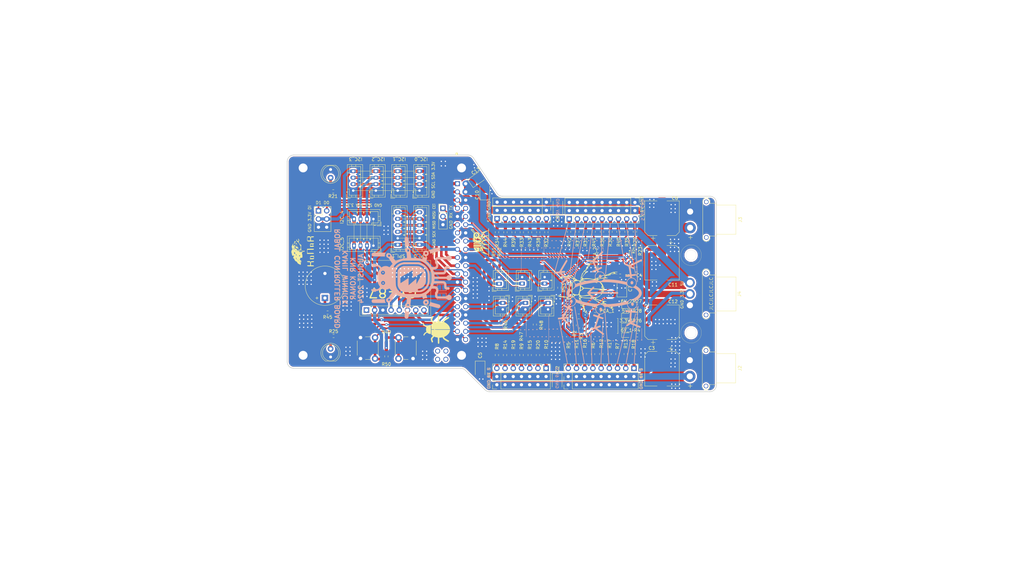
<source format=kicad_pcb>
(kicad_pcb (version 20240108) (generator "pcbnew") (generator_version "8.0")
  (layers (0 "F.Cu" signal) (31 "B.Cu" signal) (34 "B.Paste" user) (35 "F.Paste" user) (36 "B.SilkS" user "B.Silkscreen") (37 "F.SilkS" user "F.Silkscreen") (38 "B.Mask" user) (39 "F.Mask" user) (44 "Edge.Cuts" user))
  (net 0 "")
  (net 5 "GND")
  (net 6 "Net-(BZ1-+)")
  (net 7 "+3.3V")
  (net 8 "+6V_1")
  (net 9 "+6V_2")
  (net 10 "+5V")
  (net 11 "Net-(D2-A)")
  (net 12 "D1")
  (net 13 "D0")
  (net 14 "+3.3V_RP")
  (net 15 "PCA_1_OE")
  (net 16 "Net-(PCA_1-LED9)")
  (net 17 "Net-(PCA_1-LED2)")
  (net 18 "Net-(PCA_1-LED10)")
  (net 19 "Net-(PCA_1-LED8)")
  (net 20 "Net-(PCA_1-LED14)")
  (net 21 "I2C_SCL")
  (net 22 "Net-(PCA_1-LED3)")
  (net 23 "Net-(PCA_1-LED6)")
  (net 24 "Net-(PCA_1-LED11)")
  (net 25 "Net-(PCA_1-LED0)")
  (net 26 "Net-(PCA_1-LED13)")
  (net 27 "Net-(PCA_1-LED15)")
  (net 28 "Net-(PCA_1-LED7)")
  (net 29 "Net-(PCA_1-LED4)")
  (net 30 "Net-(PCA_1-LED5)")
  (net 31 "Net-(PCA_1-LED12)")
  (net 32 "Net-(PCA_1-LED1)")
  (net 33 "I2C_SDA")
  (net 34 "Net-(PCA_1_S_CONN1-Pin_9)")
  (net 35 "Net-(PCA_1_S_CONN1-Pin_1)")
  (net 36 "Net-(PCA_1_S_CONN1-Pin_8)")
  (net 37 "Net-(PCA_1_S_CONN1-Pin_4)")
  (net 38 "Net-(PCA_1_S_CONN1-Pin_2)")
  (net 39 "Net-(PCA_1_S_CONN1-Pin_3)")
  (net 40 "Net-(PCA_1_S_CONN1-Pin_6)")
  (net 41 "Net-(PCA_1_S_CONN1-Pin_5)")
  (net 42 "Net-(PCA_1_S_CONN1-Pin_7)")
  (net 43 "Net-(PCA_1_S_CONN2-Pin_6)")
  (net 44 "Net-(PCA_1_S_CONN2-Pin_3)")
  (net 45 "Net-(PCA_1_S_CONN2-Pin_5)")
  (net 46 "Net-(PCA_1_S_CONN2-Pin_7)")
  (net 47 "Net-(PCA_1_S_CONN2-Pin_1)")
  (net 48 "Net-(PCA_1_S_CONN2-Pin_4)")
  (net 49 "Net-(PCA_1_S_CONN2-Pin_2)")
  (net 50 "Net-(PCA_2-LED11)")
  (net 51 "Net-(PCA_2-LED14)")
  (net 52 "Net-(PCA_2-LED6)")
  (net 53 "Net-(PCA_2-LED9)")
  (net 54 "PCA_2_OE")
  (net 55 "Net-(PCA_2-LED2)")
  (net 56 "Net-(PCA_2-LED10)")
  (net 57 "Net-(PCA_2-LED7)")
  (net 58 "Net-(PCA_2-LED12)")
  (net 59 "Net-(PCA_2-LED3)")
  (net 60 "Net-(PCA_2-LED5)")
  (net 61 "Net-(PCA_2-LED1)")
  (net 62 "Net-(PCA_2-LED13)")
  (net 63 "Net-(PCA_2-LED8)")
  (net 64 "Net-(PCA_2-LED0)")
  (net 65 "Net-(PCA_2-LED15)")
  (net 66 "Net-(PCA_2-LED4)")
  (net 67 "Net-(PCA_2_S_CONN1-Pin_8)")
  (net 68 "Net-(PCA_2_S_CONN1-Pin_4)")
  (net 69 "Net-(PCA_2_S_CONN1-Pin_2)")
  (net 70 "Net-(PCA_2_S_CONN1-Pin_5)")
  (net 71 "Net-(PCA_2_S_CONN1-Pin_3)")
  (net 72 "Net-(PCA_2_S_CONN1-Pin_1)")
  (net 73 "Net-(PCA_2_S_CONN1-Pin_9)")
  (net 74 "Net-(PCA_2_S_CONN1-Pin_6)")
  (net 75 "Net-(PCA_2_S_CONN1-Pin_7)")
  (net 76 "Net-(PCA_2_S_CONN2-Pin_4)")
  (net 77 "Net-(PCA_2_S_CONN2-Pin_6)")
  (net 78 "Net-(PCA_2_S_CONN2-Pin_3)")
  (net 79 "Net-(PCA_2_S_CONN2-Pin_7)")
  (net 80 "Net-(PCA_2_S_CONN2-Pin_1)")
  (net 81 "Net-(PCA_2_S_CONN2-Pin_5)")
  (net 82 "Net-(PCA_2_S_CONN2-Pin_2)")
  (net 83 "U_LED2")
  (net 84 "U_LED1")
  (net 85 "BUZZ")
  (net 86 "TS_1")
  (net 87 "TS_3")
  (net 88 "TS_5")
  (net 89 "U_BUTTON1")
  (net 90 "U_BUTTON2")
  (net 91 "TS_2")
  (net 92 "TS_4")
  (net 93 "TS_6")
  (net 94 "SPI_MISO")
  (net 95 "SPI_SCLK")
  (net 96 "SPI_MOSI")
  (net 97 "SPI_CE0")
  (net 98 "SPI_CE1")
  (net 99 "UART_RX")
  (net 100 "UART_TX")
  (net 103 "Net-(D7-A)")
  (net 104 "DRDY")
  (net 105 "INTA_MPU")
  (net 106 "Net-(JP1-B)")
  (net 107 "Net-(JP2-B)")
  (net 108 "Net-(3.3V1-A)")
  (net 109 "Net-(5V1-A)")
  (net 110 "Net-(6V_1-A)")
  (net 111 "Net-(6V_2-A)")
  (footprint "Resistor_SMD:R_0603_1608Metric" (layer "F.Cu") (at 65.528436 95.676314 -90)
    (property "Reference" "R50")
    (property "Value" "10K" (hide yes))
  )
  (footprint "LED_SMD:LED_0603_1608Metric" (layer "F.Cu") (at 139.740936 83.101314)
    (property "Reference" "5V1")
    (property "Value" "LED" (hide yes))
  )
  (footprint "Resistor_SMD:R_0603_1608Metric" (layer "F.Cu") (at 141.998627 65.352185 90)
    (property "Reference" "R24")
    (property "Value" "10K")
  )
  (footprint "Resistor_SMD:R_0603_1608Metric" (layer "F.Cu") (at 98.778436 66.676314 90)
    (property "Reference" "R51")
    (property "Value" "10K")
  )
  (footprint "LOGO" (layer "F.Cu") (at 94.528436 60.351314 90)
    (property "Reference" "G***" (hide yes))
    (property "Value" "LOGO" (hide yes))
  )
  (footprint "Resistor_SMD:R_0603_1608Metric" (layer "F.Cu") (at 102.245259 95.264159 -90)
    (property "Reference" "R14")
    (property "Value" "220")
  )
  (footprint "Resistor_SMD:R_0603_1608Metric" (layer "F.Cu") (at 112.50023 57.252722 90)
    (property "Reference" "R38")
    (property "Value" "220")
  )
  (footprint "Resistor_SMD:R_0603_1608Metric" (layer "F.Cu") (at 143.870719 66.1566 -90)
    (property "Reference" "R23")
    (property "Value" "10K")
  )
  (footprint "Capacitor_Tantalum_SMD:CP_EIA-3528-21_Kemet-B" (layer "F.Cu") (at 94.528436 99.601314 -90)
    (property "Reference" "C5")
    (property "Value" ">1mF" (hide yes))
  )
  (footprint "Resistor_SMD:R_0603_1608Metric" (layer "F.Cu") (at 109.865259 95.264159 -90)
    (property "Reference" "R15")
    (property "Value" "220")
  )
  (footprint "Resistor_SMD:R_0603_1608Metric" (layer "F.Cu") (at 139.56007 94.936775 -90)
    (property "Reference" "R13")
    (property "Value" "220")
  )
  (footprint "Resistor_SMD:R_0603_1608Metric" (layer "F.Cu") (at 112.405259 95.264159 -90)
    (property "Reference" "R20")
    (property "Value" "220")
  )
  (footprint "LOGO" (layer "F.Cu") (at 127.778436 74.601314 90)
    (property "Reference" "G***" (hide yes))
    (property "Value" "LOGO" (hide yes))
  )
  (footprint "GY-87:GY-87" (layer "F.Cu") (at 56.327457 100.143481 90)
    (property "Reference" "GY-87" (hide yes))
    (property "Value" "~" (hide yes))
  )
  (footprint "Connector_PinHeader_2.54mm:PinHeader_1x03_P2.54mm_Vertical" (layer "F.Cu") (at 83.028436 49.826314)
    (property "Reference" "J1" (hide yes))
    (property "Value" "Conn_01x03_Pin" (hide yes))
  )
  (footprint "Resistor_SMD:R_0603_1608Metric" (layer "F.Cu") (at 125.778436 86.926314 -90)
    (property "Reference" "R3")
    (property "Value" "10K")
  )
  (footprint "Resistor_SMD:R_0603_1608Metric" (layer "F.Cu") (at 143.103436 83.101314)
    (property "Reference" "R28")
    (property "Value" "500" (hide yes))
  )
  (footprint "Connector_AMASS:AMASS_XT30PW-F_1x02_P2.50mm_Horizontal" (layer "F.Cu") (at 159.378436 96.851314 -90)
    (property "Reference" "J2")
    (property "Value" "Conn_01x02_Socket" (hide yes))
  )
  (footprint "Resistor_SMD:R_0603_1608Metric" (layer "F.Cu") (at 143.103436 86.119597)
    (property "Reference" "R26")
    (property "Value" "500" (hide yes))
  )
  (footprint "Connector_PinHeader_2.54mm:PinHeader_1x09_P2.54mm_Vertical" (layer "F.Cu") (at 142.405964 48.01139 -90)
    (property "Reference" "PCA_2_G_CONN1" (hide yes))
    (property "Value" "PCA_2_G1" (hide yes))
  )
  (footprint "Resistor_SMD:R_0603_1608Metric" (layer "F.Cu") (at 49.103436 44.601314)
    (property "Reference" "R21")
    (property "Value" "500")
  )
  (footprint "LOGO" (layer "F.Cu") (at 81.028436 87.351314 90)
    (property "Reference" "G***")
    (property "Value" "LOGO" (hide yes))
  )
  (footprint "Connector_PinHeader_2.54mm:PinHeader_1x07_P2.54mm_Vertical" (layer "F.Cu") (at 99.691686 101.911314 90)
    (property "Reference" "PCA_1_V_CONN2" (hide yes))
    (property "Value" "PCA_1_V2" (hide yes))
  )
  (footprint "Connector_JST:JST_PH_B4B-PH-K_1x04_P2.00mm_Vertical" (layer "F.Cu") (at 69.028436 44.351314 90)
    (property "Reference" "J8" (hide yes))
    (property "Value" "Conn_01x04_Socket" (hide yes))
  )
  (footprint "Connector_AMASS:AMASS_MR30PW-FB_1x03_P3.50mm_Horizontal" (layer "F.Cu") (at 159.403436 79.851314 -90)
    (property "Reference" "J4")
    (property "Value" "Conn_01x03_Socket" (hide yes))
  )
  (footprint "LOGO" (layer "F.Cu") (at 39.778436 63.101314 90)
    (property "Reference" "G***" (hide yes))
    (property "Value" "LOGO" (hide yes))
  )
  (footprint "LED_THT:LED_D5.0mm" (layer "F.Cu") (at 48.278436 95.851314 90)
    (property "Reference" "D7" (hide yes))
    (property "Value" "LED" (hide yes))
  )
  (footprint "Connector_PinHeader_2.54mm:PinHeader_1x09_P2.54mm_Vertical" (layer "F.Cu") (at 121.778436 104.451314 90)
    (property "Reference" "PCA_1_G_CONN1" (hide yes))
    (property "Value" "PCA_1_G1" (hide yes))
  )
  (footprint "Connector_JST:JST_PH_B4B-PH-K_1x04_P2.00mm_Vertical" (layer "F.Cu") (at 75.778436 44.351314 90)
    (property "Reference" "J7" (hide yes))
    (property "Value" "Conn_01x04_Socket" (hide yes))
  )
  (footprint "Resistor_SMD:R_0603_1608Metric" (layer "F.Cu") (at 137.02007 94.936775 -90)
    (property "Reference" "R7")
    (property "Value" "220")
  )
  (footprint "Connector_PinHeader_2.54mm:PinHeader_1x07_P2.54mm_Vertical" (layer "F.Cu") (at 115.018436 50.477722 -90)
    (property "Reference" "PCA_2_V_CONN2" (hide yes))
    (property "Value" "PCA_2_V2" (hide yes))
  )
  (footprint "Resistor_SMD:R_0603_1608Metric" (layer "F.Cu") (at 104.88023 57.252722 90)
    (property "Reference" "R39")
    (property "Value" "220")
  )
  (footprint "Resistor_SMD:R_0603_1608Metric" (layer "F.Cu") (at 124.582336 57.112722 90)
    (property "Reference" "R37")
    (property "Value" "220")
  )
  (footprint "Connector_JST:JST_PH_B4B-PH-K_1x04_P2.00mm_Vertical" (layer "F.Cu") (at 61.528436 53.151314 180)
    (property "Reference" "J11" (hide yes))
    (property "Value" "Conn_01x04_Socket" (hide yes))
  )
  (footprint "Resistor_SMD:R_0603_1608Metric" (layer "F.Cu") (at 121.82807 94.978775 -90)
    (property "Reference" "R5")
    (property "Value" "220")
  )
  (footprint "RASPBERRY_PI_4B_4GB:MODULE_RASPBERRY_PI_4B_4GB" (layer "F.Cu") (at 64.280936 76.338814 -90)
    (property "Reference" "U1" (hide yes))
    (property "Value" "RASPBERRY_PI_4B_4GB" (hide yes))
  )
  (footprint "Connector_JST:JST_PH_B2B-PH-K_1x02_P2.00mm_Vertical" (layer "F.Cu") (at 101.529223 79.12807 -90)
    (property "Reference" "TS_1" (hide yes))
    (property "Value" "TS_socket" (hide yes))
  )
  (footprint "Connector_JST:JST_PH_B6B-PH-K_1x06_P2.00mm_Vertical" (layer "F.Cu") (at 69.031881 61.097668 90)
    (property "Reference" "SPI_CONN1" (hide yes))
    (property "Value" "SPI_CONN" (hide yes))
  )
  (footprint "Capacitor_Tantalum_SMD:CP_EIA-3528-21_Kemet-B" (layer "F.Cu") (at 95.978436 44.763814 90)
    (property "Reference" "C10")
    (property "Value" ">1mF" (hide yes))
  )
  (footprint "Connector_JST:JST_PH_B2B-PH-K_1x02_P2.00mm_Vertical" (layer "F.Cu") (at 115.529223 79.12807 -90)
    (property "Reference" "TS_3" (hide yes))
    (property "Value" "TS_socket" (hide yes))
  )
  (footprint "Resistor_SMD:R_0603_1608Metric" (layer "F.Cu") (at 131.98807 94.936775 -90)
    (property "Reference" "R12")
    (property "Value" "220")
  )
  (footprint "Capacitor_SMD:C_0805_2012Metric" (layer "F.Cu") (at 142.908473 68.794191)
    (property "Reference" "C4")
    (property "Value" "10uF")
  )
  (footprint "Capacitor_SMD:CP_Elec_10x10.5" (layer "F.Cu") (at 150.778436 99.501314 -90)
    (property "Reference" "C3")
    (property "Value" ">1mF")
  )
  (footprint "Connector_JST:JST_PH_B4B-PH-K_1x04_P2.00mm_Vertical" (layer "F.Cu") (at 62.278436 44.351314 90)
    (property "Reference" "J5" (hide yes))
    (property "Value" "Conn_01x04_Socket" (hide yes))
  )
  (footprint "Resistor_SMD:R_0603_1608Metric" (layer "F.Cu") (at 143.103436 89.101314)
    (property "Reference" "R4")
    (property "Value" "2K" (hide yes))
  )
  (footprint "Resistor_SMD:R_0603_1608Metric" (layer "F.Cu") (at 114.999028 57.239654 90)
    (property "Reference" "R32")
    (property "Value" "220")
  )
  (footprint "Connector_PinHeader_2.54mm:PinHeader_2x03_P2.54mm_Vertical" (layer "F.Cu") (at 44.528436 50.601314)
    (property "Reference" "J9" (hide yes))
    (property "Value" "Conn_02x03_Counter_Clockwise" (hide yes))
  )
  (footprint "Resistor_SMD:R_0603_1608Metric" (layer "F.Cu") (at 122.042336 57.112722 90)
    (property "Reference" "R42")
    (property "Value" "220")
  )
  (footprint "Resistor_SMD:R_0603_1608Metric" (layer "F.Cu") (at 108.278436 85.851314 -90)
    (property "Reference" "R47")
    (property "Value" "10K")
  )
  (footprint "Resistor_SMD:R_0603_1608Metric" (layer "F.Cu") (at 129.44807 94.978775 -90)
    (property "Reference" "R6")
    (property "Value" "220")
  )
  (footprint "Capacitor_Tantalum_SMD:CP_EIA-3528-21_Kemet-B" (layer "F.Cu") (at 118.344742 103.386226 -90)
    (property "Reference" "C2")
    (property "Value" ">1mF")
  )
  (footprint "Resistor_SMD:R_0603_1608Metric" (layer "F.Cu") (at 111.454141 85.824903 -90)
    (property "Reference" "R48")
    (property "Value" "10K")
  )
  (footprint "LED_THT:LED_D5.0mm" (layer "F.Cu") (at 48.278436 37.826314 -90)
    (property "Reference" "D2" (hide yes))
    (property "Value" "LED" (hide yes))
  )
  (footprint "Resistor_SMD:R_0603_1608Metric" (layer "F.Cu") (at 132.202336 57.112722 90)
    (property "Reference" "R36")
    (property "Value" "220")
  )
  (footprint "Resistor_SMD:R_0603_1608Metric" (layer "F.Cu") (at 114.945259 95.222159 -90)
    (property "Reference" "R10")
    (property "Value" "220")
  )
  (footprint "LED_SMD:LED_0603_1608Metric" (layer "F.Cu") (at 139.778436 89.101314)
    (property "Reference" "6V_1")
    (property "Value" "LED" (hide yes))
  )
  (footprint "Resistor_SMD:R_0603_1608Metric" (layer "F.Cu") (at 104.785259 95.264159 -90)
    (property "Reference" "R19")
    (property "Value" "220")
  )
  (footprint "Connector_JST:JST_PH_B2B-PH-K_1x02_P2.00mm_Vertical" (layer "F.Cu") (at 107.529223 73.12807 90)
    (property "Reference" "TS_5" (hide yes))
    (property "Value" "TS_socket" (hide yes))
  )
  (footprint "Buzzer_Beeper:Buzzer_12x9.5RM7.6" (layer "F.Cu") (at 46.528436 77.601314 90)
    (property "Reference" "BZ1" (hide yes))
    (property "Value" "Buzzer")
  )
  (footprint "Button_Switch_THT:SW_PUSH_6mm" (layer "F.Cu") (at 69.278436 96.351314 90)
    (property "Reference" "SW1" (hide yes))
    (property "Value" "SW_Omron_B3FS" (hide yes))
  )
  (footprint "Capacitor_SMD:CP_Elec_10x10.5" (layer "F.Cu") (at 150.778436 66.701314 -90)
    (property "Reference" "C11")
    (property "Value" ">1mF")
  )
  (footprint "Resistor_SMD:R_0603_1608Metric" (layer "F.Cu") (at 134.52807 94.978775 -90)
    (property "Reference" "R17")
    (property "Value" "220")
  )
  (footprint "Capacitor_SMD:CP_Elec_10x10.5" (layer "F.Cu") (at 150.778436 52.901314 90)
    (property "Reference" "C6")
    (property "Value" ">1mF")
  )
  (footprint "Resistor_SMD:R_0603_1608Metric" (layer "F.Cu") (at 142.384327 57.090639 90)
    (property "Reference" "R29")
    (property "Value" "220")
  )
  (footprint "Package_SO:TSSOP-28_4.4x9.7mm_P0.65mm" (layer "F.Cu") (at 135.835964 65.880284 -90)
    (property "Reference" "PCA_2")
    (property "Value" "PCA9685PW")
  )
  (footprint "Resistor_SMD:R_0603_1608Metric" (layer "F.Cu") (at 127.122336 57.112722 90)
    (property "Reference" "R31")
    (property "Value" "220")
  )
  (footprint "Resistor_SMD:R_0603_1608Metric" (layer "F.Cu") (at 100.528436 66.676314 90)
    (property "Reference" "R52")
    (property "Value" "10K")
  )
  (footprint "Resistor_SMD:R_0603_1608Metric" (layer "F.Cu") (at 107.42023 57.252722 90)
    (property "Reference" "R33")
    (property "Value" "220")
  )
  (footprint "Resistor_SMD:R_0603_1608Metric" (layer "F.Cu") (at 107.325259 95.264159 -90)
    (property "Reference" "R9")
    (property "Value" "220")
  )
  (footprint "LED_SMD:LED_0603_1608Metric" (layer "F.Cu") (at 139.740936 86.101314)
    (property "Reference" "3.3V1")
    (property "Value" "LED" (hide yes))
  )
  (footprint "Resistor_SMD:R_0603_1608Metric" (layer "F.Cu") (at 49.203436 89.351314)
    (property "Reference" "R25")
    (property "Value" "500" (hide yes))
  )
  (footprint "Capacitor_SMD:C_0805_2012Metric" (layer "F.Cu") (at 125.025883 83.297763 180)
    (property "Reference" "C1")
    (property "Value" "10uF")
  )
  (footprint "Connector_PinHeader_2.54mm:PinHeader_1x07_P2.54mm_Vertical" (layer "F.Cu") (at 114.939299 99.36688 -90)
    (property "Reference" "PCA_1_S_CONN2" (hide yes))
    (property "Value" "PCA_1_S2" (hide yes))
  )
  (footprint "Connector_PinHeader_2.54mm:PinHeader_1x09_P2.54mm_Vertical" (layer "F.Cu") (at 142.111103 99.36688 -90)
    (property "Reference" "PCA_1_S_CONN1" (hide yes))
    (property "Value" "PCA_1_S1" (hide yes))
  )
  (footprint "Connector_PinHeader_2.54mm:PinHeader_1x07_P2.54mm_Vertical" (layer "F.Cu") (at 115.018436 47.937722 -90)
    (property "Reference" "PCA_2_G_CONN2" (hide yes))
    (property "Value" "PCA_2_G2" (hide yes))
  )
  (footprint "Connector_PinHeader_2.54mm:PinHeader_1x09_P2.54mm_Vertical" (layer "F.Cu") (at 122.089303 53.101314 90)
    (property "Reference" "PCA_2_S_CONN1" (hide yes))
    (property "Value" "PCA_2_S1" (hide yes))
  )
  (footprint "Resistor_SMD:R_0603_1608Metric" (layer "F.Cu") (at 134.832336 57.112722 90)
    (property "Reference" "R30")
    (property "Value" "220")
  )
  (footprint "Connector_JST:JST_PH_B4B-PH-K_1x04_P2.00mm_Vertical" (layer "F.Cu") (at 61.528436 61.401314 180)
    (property "Reference" "J10" (hide yes))
    (property "Value" "Conn_01x04_Socket" (hide yes))
  )
  (footprint "Resistor_SMD:R_0603_1608Metric" (layer "F.Cu") (at 137.839251 70.691811)
    (property "Reference" "R22")
    (property "Value" "10K")
  )
  (footprint "Resistor_SMD:R_0603_1608Metric" (layer "F.Cu") (at 65.528436 90.601314 90)
    (property "Reference" "R49")
    (property "Value" "10K" (hide yes))
  )
  (footprint "Connector_PinHeader_2.54mm:PinHeader_1x07_P2.54mm_Vertical" (layer "F.Cu") (at 99.691686 104.451314 90)
    (property "Reference" "PCA_1_G_CONN2" (hide yes))
    (property "Value" "PCA_1_G2" (hide yes))
  )
  (footprint "Capacitor_Tantalum_SMD:CP_EIA-3528-21_Kemet-B" (layer "F.Cu") (at 93.51899 40.783188 35)
    (property "Reference" "C13")
    (property "Value" ">1mF")
  )
  (footprint "Connector_JST:JST_PH_B4B-PH-K_1x04_P2.00mm_Vertical" (layer "F.Cu") (at 55.278436 44.351314 90)
    (property "Reference" "J6" (hide yes))
    (property "Value" "Conn_01x04_Socket" (hide yes))
  )
  (footprint "Resistor_SMD:R_0603_1608Metric" (layer "F.Cu") (at 99.752829 57.238272 90)
    (property "Reference" "R34")
    (property "Value" "220")
  )
  (footprint "Resistor_SMD:R_0603_1608Metric" (layer "F.Cu") (at 47.353436 82.101314 180)
    (property "Reference" "R45")
    (property "Value" "1K")
  )
  (footprint "Button_Switch_THT:SW_PUSH_6mm" (layer "F.Cu") (at 62.028436 89.851314 -90)
    (property "Reference" "SW2" (hide yes))
    (property "Value" "SW_Omron_B3FS" (hide yes))
  )
  (footprint "Resistor_SMD:R_0603_1608Metric" (layer "F.Cu") (at 123.778436 86.046282 90)
    (property "Reference" "R2")
    (property "Value" "10K")
  )
  (footprint "Resistor_SMD:R_0603_1608Metric" (layer "F.Cu") (at 130.103436 81.601314 180)
    (property "Reference" "R1")
    (property "Value" "10K" (hide yes))
  )
  (footprint "Capacitor_SMD:CP_Elec_10x10.5" (layer "F.Cu") (at 150.778436 85.101314 90)
    (property "Reference" "C12")
    (property "Value" ">1mF")
  )
  (footprint "Connector_JST:JST_PH_B6B-PH-K_1x06_P2.00mm_Vertical" (layer "F.Cu") (at 75.769841 61.085093 90)
    (property "Reference" "SPI_CONN0" (hide yes))
    (property "Value" "SPI_CONN" (hide yes))
  )
  (footprint "Resistor_SMD:R_0603_1608Metric" (layer "F.Cu") (at 129.662336 57.112722 90)
    (property "Reference" "R41")
    (property "Value" "220")
  )
  (footprint "Resistor_SMD:R_0603_1608Metric" (layer "F.Cu") (at 109.96023 57.252722 90)
    (property "Reference" "R43")
    (property "Value" "220")
  )
  (footprint "Package_SO:TSSOP-28_4.4x9.7mm_P0.65mm" (layer "F.Cu") (at 132.203436 86.238814 90)
    (property "Reference" "PCA_1")
    (property "Value" "PCA9685PW")
  )
  (footprint "Connector_PinHeader_2.54mm:PinHeader_1x09_P2.54mm_Vertical" (layer "F.Cu") (at 142.405964 50.55139 -90)
    (property "Reference" "PCA_2_V_CONN1" (hide yes))
    (property "Value" "PCA_2_V1" (hide yes))
  )
  (footprint "Capacitor_Tantalum_SMD:CP_EIA-3528-21_Kemet-B" (layer "F.Cu") (at 138.378436 74.838814 90)
    (property "Reference" "C7")
    (property "Value" ">1mF")
  )
  (footprint "LED_SMD:LED_0603_1608Metric" (layer "F.Cu") (at 139.815936 80.101314)
    (property "Reference" "6V_2")
    (property "Value" "LED" (hide yes))
  )
  (footprint "Resistor_SMD:R_0603_1608Metric" (layer "F.Cu") (at 137.282336 57.112722 90)
    (property "Reference" "R40")
    (property "Value" "220")
  )
  (footprint "Resistor_SMD:R_0603_1608Metric" (layer "F.Cu") (at 102.34023 57.252722 90)
    (property "Reference" "R44")
    (property "Value" "220")
  )
  (footprint "Connector_JST:JST_PH_B2B-PH-K_1x02_P2.00mm_Vertical" (layer "F.Cu") (at 108.529223 79.12807 -90)
    (property "Reference" "TS_2" (hide yes))
    (property "Value" "TS_socket" (hide yes))
  )
  (footprint "Resistor_SMD:R_0603_1608Metric" (layer "F.Cu") (at 101.028436 85.851314 -90)
    (property "Reference" "R46")
    (property "Value" "10K")
  )
  (footprint "Resistor_SMD:R_0603_1608Metric" (layer "F.Cu") (at 119.028436 74.426314 -90)
    (property "Reference" "R53")
    (property "Value" "10K")
  )
  (footprint "Resistor_SMD:R_0603_1608Metric" (layer "F.Cu") (at 126.90807 94.936775 -90)
    (property "Reference" "R16")
    (property "Value" "220")
  )
  (footprint "Resistor_SMD:R_0603_1608Metric" (layer "F.Cu") (at 99.705259 95.264159 -90)
    (property "Reference" "R8")
    (property "Value" "220")
  )
  (footprint "Connector_PinHeader_2.54mm:PinHeader_1x09_P2.54mm_Vertical" (layer "F.Cu") (at 121.778436 101.911314 90)
    (property "Reference" "PCA_1_V_CONN1" (hide yes))
    (property "Value" "PCA_1_V1" (hide yes))
  )
  (footprint "Resistor_SMD:R_0603_1608Metric" (layer "F.Cu") (at 142.14807 94.936775 -90)
    (property "Reference" "R18")
    (property "Value" "220")
  )
  (footprint "Connector_JST:JST_PH_B2B-PH-K_1x02_P2.00mm_Vertical" (layer "F.Cu") (at 100.394866 73.181122 90)
    (property "Reference" "TS_4" (hide yes))
    (property "Value" "TS_socket" (hide yes))
  )
  (footprint "Connector_JST:JST_PH_B2B-PH-K_1x02_P2.00mm_Vertical" (layer "F.Cu") (at 114.479223 73.12807 90)
    (property "Reference" "TS_6" (hide yes))
    (property "Value" "TS_socket" (hide yes))
  )
  (footprint "Resistor_SMD:R_0603_1608Metric" (layer "F.Cu") (at 139.82693 57.096432 90)
    (property "Reference" "R35")
    (property "Value" "220")
  )
  (footprint "Connector_PinHeader_2.54mm:PinHeader_1x07_P2.54mm_Vertical" (layer "F.Cu") (at 99.774251 53.027224 90)
    (property "Reference" "PCA_2_S_CONN2" (hide yes))
    (property "Value" "PCA_2_S2" (hide yes))
  )
  (footprint "Resistor_SMD:R_0603_1608Metric" (layer "F.Cu") (at 124.36807 94.978775 -90)
    (property "Reference" "R11")
    (property "Value" "220")
  )
  (footprint "Capacitor_Tantalum_SMD:CP_EIA-3528-21_Kemet-B" (layer "F.Cu") (at 118.594237 49.351314 90)
    (property "Reference" "C9")
    (property "Value" ">1mF")
  )
  (footprint "Resistor_SMD:R_0603_1608Metric" (layer "F.Cu") (at 143.103436 80.101314)
    (property "Reference" "R27")
    (property "Value" "2K" (hide yes))
  )
  (footprint "Connector_AMASS:AMASS_XT30PW-F_1x02_P2.50mm_Horizontal" (layer "F.Cu") (at 159.478436 50.851314 -90)
    (property "Reference" "J3")
    (property "Value" "Conn_01x02_Socket" (hide yes))
  )
  (footprint "LOGO" (layer "B.Cu") (at 131.778436 76.351314 -90)
    (property "Reference" "G***" (hide yes))
    (property "Value" "LOGO" (hide yes))
  )
  (footprint "LOGO" (layer "B.Cu") (at 73.278436 71.351314 -90)
    (property "Reference" "G***" (hide yes))
    (property "Value" "LOGO" (hide yes))
  )
  (footprint "Jumper:SolderJumper-2_P1.3mm_Open_Pad1.0x1.5mm" (layer "B.Cu") (at 82.628436 77.101314)
    (property "Reference" "JP1" (hide yes))
    (property "Value" "Jumper_2_Open" (hide yes))
  )
  (footprint "Jumper:SolderJumper-2_P1.3mm_Open_Pad1.0x1.5mm" (layer "B.Cu") (at 82.628436 74.351314)
    (property "Reference" "JP2" (hide yes))
    (property "Value" "Jumper_2_Open" (hide yes))
  )
  (gr_line (start 122.278436 70.351314) (end 124.215415 54.695059) (stroke (width 0.2)) (layer "B.SilkS"))
  (gr_line (start 139.626377 86.405432) (end 136.93396 97.771278) (stroke (width 0.2)) (layer "B.SilkS"))
  (gr_line (start 133.153945 82.167124) (end 134.370939 97.865023) (stroke (width 0.2)) (layer "B.SilkS"))
  (gr_line (start 114.278436 59.851314) (end 114.278436 69.476314) (stroke (width 0.1)) (layer "B.SilkS"))
  (gr_line (start 118.977854 84.601314) (end 121.528436 97.851314) (stroke (width 0.2)) (layer "B.SilkS"))
  (gr_line (start 144.528436 59.851314) (end 114.278436 59.851314) (stroke (width 0.3) (type dot)) (layer "B.SilkS"))
  (gr_line (start 132.126942 67.592148) (end 132.028436 54.601314) (stroke (width 0.2)) (layer "B.SilkS"))
  (gr_line (start 132.778436 63.101314) (end 132.528436 62.101314) (stroke (width 0.1)) (layer "B.SilkS"))
  (gr_line (start 121.172301 65.351314) (end 100.528436 65.351314) (stroke (width 0.3) (type dot)) (layer "B.SilkS"))
  (gr_line (start 133.321693 70.307492) (end 134.778436 54.601314) (stroke (width 0.2)) (layer "B.SilkS"))
  (gr_line (start 107.310832 62.101314) (end 107.278436 69.351314) (stroke (width 0.1)) (layer "B.SilkS"))
  (gr_line (start 132.528436 62.101314) (end 107.028436 62.101314) (stroke (width 0.3) (type dot)) (layer "B.SilkS"))
  (gr_line (start 115.778436 91.351314) (end 115.778436 82.851314) (stroke (width 0.1)) (layer "B.SilkS"))
  (gr_line (start 132.63861 89.601314) (end 132.871814 89.075782) (stroke (width 0.1)) (layer "B.SilkS"))
  (gr_line (start 139.120266 66.594073) (end 137.120939 54.615023) (stroke (width 0.2)) (layer "B.SilkS"))
  (gr_line (start 123.028436 82.101314) (end 124.278436 97.851314) (stroke (width 0.2)) (layer "B.SilkS"))
  (gr_line (start 122.20469 87.101314) (end 122.419068 86.522041) (stroke (width 0.1)) (layer "B.SilkS"))
  (gr_line (start 123.622797 72.055608) (end 126.965415 54.695059) (stroke (width 0.2)) (layer "B.SilkS"))
  (gr_line (start 117.692487 69.155621) (end 121.715415 54.695059) (stroke (width 0.2)) (layer "B.SilkS"))
  (gr_line (start 142.581801 82.504504) (end 139.68396 97.771278) (stroke (width 0.2)) (layer "B.SilkS"))
  (gr_line (start 143.352958 80.10414) (end 142.18396 97.771278) (stroke (width 0.2)) (layer "B.SilkS"))
  (gr_line (start 143.196902 72.567828) (end 142.370939 54.615023) (stroke (width 0.2)) (layer "B.SilkS"))
  (gr_line (start 121.172301 65.351314) (end 121.476945 65.837314) (stroke (width 0.1)) (layer "B.SilkS"))
  (gr_line (start 123.778436 80.351314) (end 126.778436 97.851314) (stroke (width 0.2)) (layer "B.SilkS"))
  (gr_line (start 132.55989 84.525096) (end 131.870939 97.865023) (stroke (width 0.2)) (layer "B.SilkS"))
  (gr_line (start 142.545219 69.895931) (end 139.620939 54.615023) (stroke (width 0.2)) (layer "B.SilkS"))
  (gr_line (start 128.755003 87.867711) (end 129.120939 97.865023) (stroke (width 0.2)) (layer "B.SilkS"))
  (gr_line (start 132.63861 89.601314) (end 108.778436 89.601314) (stroke (width 0.3) (type dot)) (layer "B.SilkS"))
  (gr_line (start 101.528436 87.601314) (end 101.528436 82.601314) (stroke (width 0.1)) (layer "B.SilkS"))
  (gr_line (start 144.528436 90.601314) (end 115.778436 91.351314) (stroke (width 0.3) (type dot)) (layer "B.SilkS"))
  (gr_line (start 122.20469 87.101314) (end 101.528436 87.601314) (stroke (width 0.3) (type dot)) (layer "B.SilkS"))
  (gr_line (start 127.912729 65.419874) (end 129.528436 54.601314) (stroke (width 0.2)) (layer "B.SilkS"))
  (gr_line (start 108.778436 89.601314) (end 108.778436 82.601314) (stroke (width 0.1)) (layer "B.SilkS"))
  (gr_line (start 144.489376 86.988796) (end 144.528436 90.601314) (stroke (width 0.1)) (layer "B.SilkS"))
  (gr_line (start 100.278436 65.351314) (end 100.278436 69.851314) (stroke (width 0.1)) (layer "B.SilkS"))
  (gr_line (start 144.761404 65.596541) (end 144.528436 59.851314) (stroke (width 0.1)) (layer "B.SilkS"))
  (gr_line (start 75.778436 57.101314) (end 69.028436 57.101314) (stroke (width 0.1)) (layer "F.SilkS"))
  (gr_circle (center 159.778436 88.351314) (end 159.778436 85.151314) (stroke (width 0.05)) (fill none) (layer "F.SilkS"))
  (gr_line (start 75.778436 53.101314) (end 69.028436 53.101314) (stroke (width 0.1)) (layer "F.SilkS"))
  (gr_line (start 61.528436 61.351314) (end 61.528436 53.101314) (stroke (width 0.1)) (layer "F.SilkS"))
  (gr_line (start 55.278436 44.351314) (end 75.778436 44.351314) (stroke (width 0.1)) (layer "F.SilkS"))
  (gr_line (start 59.528436 53.101314) (end 59.528436 61.351314) (stroke (width 0.1)) (layer "F.SilkS"))
  (gr_line (start 75.778436 42.351314) (end 55.278436 42.351314) (stroke (width 0.1)) (layer "F.SilkS"))
  (gr_line (start 69.028436 55.101314) (end 75.778436 55.101314) (stroke (width 0.1)) (layer "F.SilkS"))
  (gr_line (start 75.778436 38.351314) (end 55.278436 38.351314) (stroke (width 0.1)) (layer "F.SilkS"))
  (gr_line (start 75.778436 61.101314) (end 69.028436 61.101314) (stroke (width 0.1)) (layer "F.SilkS"))
  (gr_line (start 181.028436 76.101314) (end 181.028436 76.101314) (stroke (width 0.1)) (layer "F.SilkS"))
  (gr_line (start 57.528436 61.351314) (end 57.528436 53.101314) (stroke (width 0.1)) (layer "F.SilkS"))
  (gr_circle (center 159.778436 64.351314) (end 159.778436 61.151314) (stroke (width 0.05)) (fill none) (layer "F.SilkS"))
  (gr_line (start 69.028436 59.101314) (end 75.778436 59.101314) (stroke (width 0.1)) (layer "F.SilkS"))
  (gr_line (start 55.278436 40.351314) (end 75.778436 40.351314) (stroke (width 0.1)) (layer "F.SilkS"))
  (gr_line (start 55.528436 53.101314) (end 55.528436 61.351314) (stroke (width 0.1)) (layer "F.SilkS"))
  (gr_circle (center 159.778436 64.351314) (end 159.778436 62.751314) (stroke (width 0.05)) (fill none) (layer "Edge.Cuts"))
  (gr_line (start 99.771217 45.210714) (end 92.458683 34.241913) (stroke (width 0.2)) (layer "Edge.Cuts"))
  (gr_line (start 165.578438 46.101313) (end 101.435319 46.101313) (stroke (width 0.2)) (layer "Edge.Cuts"))
  (gr_line (start 89.950736 99.937099) (end 96.029165 106.015528) (stroke (width 0.2)) (layer "Edge.Cuts"))
  (gr_arc (start 97.443377 106.601312) (mid 96.678003 106.449085) (end 96.029165 106.015528) (stroke (width 0.2)) (layer "Edge.Cuts"))
  (gr_arc (start 34.86495 35.351312) (mid 35.450738 33.937105) (end 36.864949 33.351313) (stroke (width 0.2)) (layer "Edge.Cuts"))
  (gr_arc (start 88.536526 99.351313) (mid 89.301894 99.50355) (end 89.950735 99.9371) (stroke (width 0.2)) (layer "Edge.Cuts"))
  (gr_line (start 89.950736 99.937099) (end 89.950735 99.9371) (stroke (width 0.2)) (layer "Edge.Cuts"))
  (gr_line (start 34.86495 35.351312) (end 34.86495 97.351314) (stroke (width 0.2)) (layer "Edge.Cuts"))
  (gr_circle (center 159.778436 88.351314) (end 159.778436 86.751314) (stroke (width 0.05)) (fill none) (layer "Edge.Cuts"))
  (gr_arc (start 90.794581 33.351313) (mid 91.738283 33.58798) (end 92.458683 34.241913) (stroke (width 0.2)) (layer "Edge.Cuts"))
  (gr_line (start 97.443377 106.601313) (end 165.578436 106.601313) (stroke (width 0.2)) (layer "Edge.Cuts"))
  (gr_arc (start 165.578438 46.101313) (mid 166.99265 46.6871) (end 167.578436 48.101312) (stroke (width 0.2)) (layer "Edge.Cuts"))
  (gr_line (start 36.864949 99.351313) (end 88.536526 99.351313) (stroke (width 0.2)) (layer "Edge.Cuts"))
  (gr_line (start 90.794581 33.351313) (end 36.864949 33.351313) (stroke (width 0.2)) (layer "Edge.Cuts"))
  (gr_arc (start 167.578436 104.601314) (mid 166.99265 106.015528) (end 165.578436 106.601313) (stroke (width 0.2)) (layer "Edge.Cuts"))
  (gr_arc (start 101.435319 46.101313) (mid 100.491608 45.864656) (end 99.771217 45.210714) (stroke (width 0.2)) (layer "Edge.Cuts"))
  (gr_line (start 97.443377 106.601313) (end 97.443377 106.601312) (stroke (width 0.2)) (layer "Edge.Cuts"))
  (gr_line (start 167.578436 104.601314) (end 167.578436 48.101312) (stroke (width 0.2)) (layer "Edge.Cuts"))
  (gr_arc (start 36.864949 99.351313) (mid 35.450728 98.765531) (end 34.86495 97.351314) (stroke (width 0.2)) (layer "Edge.Cuts"))
  (gr_text "GND 6V S" (at 144.278436 102.601314 -90) (layer "B.SilkS") (effects (font (size 0.9 0.9) (thickness 0.13)) (justify mirror)))
  (gr_text "GND 6V S" (at 97.152588 102.432775 -90) (layer "B.SilkS") (effects (font (size 0.9 0.9) (thickness 0.13)) (justify mirror)))
  (gr_text "ROBAL CONTROLLER_BOARD\nKAMIL WINNICKI\nKNR KONAR\nAUGUST 2024" (at 54.028436 71.601314 90) (layer "B.SilkS") (effects (font (size 1.5 1.5) (thickness 0.3) (bold yes)) (justify mirror)))
  (gr_text "S 6V GND" (at 97.028436 50.101314 -90) (layer "B.SilkS") (effects (font (size 0.9 0.9) (thickness 0.13)) (justify mirror)))
  (gr_text "GND 6V S" (at 118.278436 102.351314 -90) (layer "B.SilkS") (effects (font (size 0.9 0.9) (thickness 0.13)) (justify mirror)))
  (gr_text "S 6V GND" (at 118.528436 50.101314 -90) (layer "B.SilkS") (effects (font (size 0.9 0.9) (thickness 0.13)) (justify mirror)))
  (gr_text "S 6V GND" (at 144.778436 50.351314 -90) (layer "B.SilkS") (effects (font (size 0.9 0.9) (thickness 0.13)) (justify mirror)))
  (gr_text "SPI_0" (at 76.028436 64.601314 180) (layer "F.SilkS") (effects (font (size 1 1))))
  (gr_text "GND 6V S" (at 144.299482 102.588115 90) (layer "F.SilkS") (effects (font (size 0.9 0.9) (thickness 0.13))))
  (gr_text "I2C_1" (at 69.528436 34.601314 180) (layer "F.SilkS") (effects (font (size 1 1))))
  (gr_text "GND 6V S" (at 97.224505 102.432775 90) (layer "F.SilkS") (effects (font (size 0.9 0.9) (thickness 0.13))))
  (gr_text "I2C_5\n" (at 51.778436 60.851314 90) (layer "F.SilkS") (effects (font (size 1 1))))
  (gr_text "I2C_2\n" (at 63.028436 34.601314 180) (layer "F.SilkS") (effects (font (size 1 1))))
  (gr_text "GND 3.3V Di" (at 41.818436 53.101314 90) (layer "F.SilkS") (effects (font (size 0.9 0.9) (thickness 0.13))))
  (gr_text "D1 D0" (at 45.778436 48.101314 0) (layer "F.SilkS") (effects (font (size 0.9 0.9) (thickness 0.13))))
  (gr_text "JLCJLCJLCJLC" (at 166.578436 81.501314 90) (layer "F.SilkS") (effects (font (size 1 1) (thickness 0.12)) (justify left bottom)))
  (gr_text "SPI_1\n" (at 69.278436 64.601314 180) (layer "F.SilkS") (effects (font (size 1 1))))
  (gr_text "GND SCL SDA 3.3V" (at 58.528436 48.851314 180) (layer "F.SilkS") (effects (font (size 0.9 0.8) (thickness 0.13) (bold yes))))
  (gr_text "I2C_0\n" (at 76.278436 34.601314 180) (layer "F.SilkS") (effects (font (size 1 1))))
  (gr_text "I2C_3" (at 56.028436 34.601314 180) (layer "F.SilkS") (effects (font (size 1 1))))
  (gr_text "GND 3.3V 5V" (at 156.978436 76.601314 90) (layer "F.SilkS") (effects (font (size 0.9 0.9) (thickness 0.13))))
  (gr_text "GND SCL SDA 3.3V" (at 80.028436 41.101314 90) (layer "F.SilkS") (effects (font (size 0.9 0.8) (thickness 0.13) (bold yes))))
  (gr_text "GND RX TX" (at 85.528436 52.601314 90) (layer "F.SilkS") (effects (font (size 0.9 0.9) (thickness 0.13))))
  (gr_text "I2C_4\n" (at 51.778436 52.601314 90) (layer "F.SilkS") (effects (font (size 1 1))))
  (gr_text "S 6V GND" (at 144.528436 49.351314 90) (layer "F.SilkS") (effects (font (size 0.9 0.9) (thickness 0.13))))
  (gr_text "S 6V GND" (at 97.278436 50.851314 90) (layer "F.SilkS") (effects (font (size 0.9 0.9) (thickness 0.13))))
  (gr_text "3.3V GND SCK MISO MOSI CEi" (at 80.278436 56.351314 90) (layer "F.SilkS") (effects (font (size 0.8 0.7) (thickness 0.13) (bold yes))))
  (segment (start 114.931686 104.451314) (end 99.691686 104.451314) (width 2) (layer "F.Cu") (net 5))
  (segment (start 136.428436 88.170552) (end 135.609198 87.351314) (width 0.5) (layer "F.Cu") (net 5))
  (segment (start 129.928436 82.251314) (end 129.278436 81.601314) (width 0.4) (layer "F.Cu") (net 5))
  (segment (start 121.778436 104.451314) (end 124.318436 104.451314) (width 2) (layer "F.Cu") (net 5))
  (segment (start 139.558436 104.451314) (end 137.018436 104.451314) (width 2) (layer "F.Cu") (net 5))
  (segment (start 130.578436 88.051314) (end 130.578436 89.101314) (width 0.5) (layer "F.Cu") (net 5))
  (segment (start 136.528436 90.601314) (end 136.528436 89.201314) (width 0.5) (layer "F.Cu") (net 5))
  (segment (start 122.085964 48.01139) (end 142.405964 48.01139) (width 2) (layer "F.Cu") (net 5))
  (segment (start 99.778436 47.937722) (end 115.018436 47.937722) (width 2) (layer "F.Cu") (net 5))
  (segment (start 136.528436 89.201314) (end 136.428436 89.101314) (width 0.5) (layer "F.Cu") (net 5))
  (segment (start 131.938436 104.451314) (end 129.398436 104.451314) (width 2) (layer "F.Cu") (net 5))
  (segment (start 124.075883 83.297763) (end 123.598451 83.297763) (width 0.5) (layer "F.Cu") (net 5))
  (segment (start 131.278436 87.351314) (end 130.578436 88.051314) (width 0.5) (layer "F.Cu") (net 5))
  (segment (start 136.428436 89.101314) (end 136.428436 88.170552) (width 0.5) (layer "F.Cu") (net 5))
  (segment (start 122.085964 48.01139) (end 115.092104 48.01139) (width 2) (layer "F.Cu") (net 5))
  (segment (start 121.778436 104.451314) (end 114.931686 104.451314) (width 2) (layer "F.Cu") (net 5))
  (segment (start 129.928436 83.376314) (end 129.928436 82.251314) (width 0.4) (layer "F.Cu") (net 5))
  (segment (start 126.858436 104.451314) (end 124.318436 104.451314) (width 2) (layer "F.Cu") (net 5))
  (segment (start 134.478436 104.451314) (end 131.938436 104.451314) (width 2) (layer "F.Cu") (net 5))
  (segment (start 142.098436 104.451314) (end 139.558436 104.451314) (width 2) (layer "F.Cu") (net 5))
  (segment (start 142.130759 104.483637) (end 142.098436 104.451314) (width 2) (layer "F.Cu") (net 5))
  (segment (start 142.098436 104.451314) (end 144.453464 104.451314) (width 2) (layer "F.Cu") (net 5))
  (segment (start 115.092104 48.01139) (end 115.018436 47.937722) (width 2) (layer "F.Cu") (net 5))
  (segment (start 123.598451 83.297763) (end 123.138011 83.758203) (width 0.5) (layer "F.Cu") (net 5))
  (segment (start 135.609198 87.351314) (end 131.278436 87.351314) (width 0.5) (layer "F.Cu") (net 5))
  (segment (start 129.398436 104.451314) (end 126.858436 104.451314) (width 2) (layer "F.Cu") (net 5))
  (segment (start 137.018436 104.451314) (end 134.478436 104.451314) (width 2) (layer "F.Cu") (net 5))
  (segment (start 130.578436 83.376314) (end 129.928436 83.376314) (width 0.4) (layer "F.Cu") (net 5))
  (via (at 153.834892 93.625487) (size 0.8) (drill 0.4) (layers "F.Cu" "B.Cu") (net 5))
  (via (at 77.37012 68.484028) (size 0.8) (drill 0.4) (layers "F.Cu" "B.Cu") (net 5))
  (via (at 41.199236 84.165252) (size 0.8) (drill 0.4) (layers "F.Cu" "B.Cu") (net 5))
  (via (at 111.528436 77.101314) (size 0.8) (drill 0.4) (layers "F.Cu" "B.Cu") (net 5))
  (via (at 97.778436 44.262144) (size 0.8) (drill 0.4) (layers "F.Cu" "B.Cu") (net 5))
  (via (at 156.178436 94.701314) (size 0.8) (drill 0.4) (layers "F.Cu" "B.Cu") (net 5))
  (via (at 153.834892 92.375487) (size 0.8) (drill 0.4) (layers "F.Cu" "B.Cu") (net 5))
  (via (at 73.604573 68.530399) (size 0.8) (drill 0.4) (layers "F.Cu" "B.Cu") (net 5))
  (via (at 144.111824 61.323851) (size 0.8) (drill 0.4) (layers "F.Cu" "B.Cu") (net 5))
  (via (at 92.39248 73.851314) (size 0.8) (drill 0.4) (layers "F.Cu" "B.Cu") (net 5))
  (via (at 127.543863 62.92659) (size 0.8) (drill 0.4) (layers "F.Cu" "B.Cu") (net 5))
  (via (at 39.949236 86.665252) (size 0.8) (drill 0.4) (layers "F.Cu" "B.Cu") (net 5))
  (via (at 117.256524 52.759181) (size 0.8) (drill 0.4) (layers "F.Cu" "B.Cu") (net 5))
  (via (at 119.663826 61.358895) (size 0.8) (drill 0.4) (layers "F.Cu" "B.Cu") (net 5))
  (via (at 148.898099 68.736705) (size 0.8) (drill 0.4) (layers "F.Cu" "B.Cu") (net 5))
  (via (at 153.408207 63.181229) (size 0.8) (drill 0.4) (layers "F.Cu" "B.Cu") (net 5))
  (via (at 45.007921 63.461286) (size 0.8) (drill 0.4) (layers "F.Cu" "B.Cu") (net 5))
  (via (at 154.928436 94.701314) (size 0.8) (drill 0.4) (layers "F.Cu" "B.Cu") (net 5))
  (via (at 104.528436 77.351314) (size 0.8) (drill 0.4) (layers "F.Cu" "B.Cu") (net 5))
  (via (at 153.615093 49.9686) (size 0.8) (drill 0.4) (layers "F.Cu" "B.Cu") (net 5))
  (via (at 118.115326 77.851314) (size 0.8) (drill 0.4) (layers "F.Cu" "B.Cu") (net 5))
  (via (at 76.738121 96.596186) (size 0.8) (drill 0.4) (layers "F.Cu" "B.Cu") (net 5))
  (via (at 153.408207 61.931229) (size 0.8) (drill 0.4) (layers "F.Cu" "B.Cu") (net 5))
  (via (at 153.528436 85.551314) (size 0.8) (drill 0.4) (layers "F.Cu" "B.Cu") (net 5))
  (via (at 145.528436 93.351314) (size 0.8) (drill 0.4) (layers "F.Cu" "B.Cu") (net 5))
  (via (at 117.828069 91.596926) (size 0.8) (drill 0.4) (layers "F.Cu" "B.Cu") (net 5))
  (via (at 143.623062 60.27667) (size 0.8) (drill 0.4) (layers "F.Cu" "B.Cu") (net 5))
  (via (at 54.278436 95.351314) (size 0.8) (drill 0.4) (layers "F.Cu" "B.Cu") (net 5))
  (via (at 153.615093 48.7186) (size 0.8) (drill 0.4) (layers "F.Cu" "B.Cu") (net 5))
  (via (at 138.53892 61.460493) (size 0.8) (drill 0.4) (layers "F.Cu" "B.Cu") (net 5))
  (via (at 156.217606 93.662144) (size 0.8) (drill 0.4) (layers "F.Cu" "B.Cu") (net 5))
  (via (at 149.06102 73.868704) (size 0.8) (drill 0.4) (layers "F.Cu" "B.Cu") (net 5))
  (via (at 119.663826 60.108895) (size 0.8) (drill 0.4) (layers "F.Cu" "B.Cu") (net 5))
  (via (at 54.634505 78.840218) (size 0.8) (drill 0.4) (layers "F.Cu" "B.Cu") (net 5))
  (via (at 153.578436 97.751314) (size 0.8) (drill 0.4) (layers "F.Cu" "B.Cu") (net 5))
  (via (at 139.578436 71.901314) (size 0.8) (drill 0.4) (layers "F.Cu" "B.Cu") (net 5))
  (via (at 127.581767 68.225999) (size 0.8) (drill 0.4) (layers "F.Cu" "B.Cu") (net 5))
  (via (at 139.378436 74.501314) (size 0.8) (drill 0.4) (layers "F.Cu" "B.Cu") (net 5))
  (via (at 69.928721 71.057343) (size 0.8) (drill 0.4) (layers "F.Cu" "B.Cu") (net 5))
  (via (at 68.678721 71.057343) (size 0.8) (drill 0.4) (layers "F.Cu" "B.Cu") (net 5))
  (via (at 39.778436 70.851314) (size 0.8) (drill 0.4) (layers "F.Cu" "B.Cu") (net 5))
  (via (at 59.528436 75.851314) (size 0.8) (drill 0.4) (layers "F.Cu" "B.Cu") (net 5))
  (via (at 138.267463 71.901314) (size 0.8) (drill 0.4) (layers "F.Cu" "B.Cu") (net 5))
  (via (at 77.988121 96.596186) (size 0.8) (drill 0.4) (layers "F.Cu" "B.Cu") (net 5))
  (via (at 82.528436 35.301314) (size 0.8) (drill 0.4) (layers "F.Cu" "B.Cu") (net 5))
  (via (at 64.806224 56.636251) (size 0.8) (drill 0.4) (layers "F.Cu" "B.Cu") (net 5))
  (via (at 69.928721 69.807343) (size 0.8) (drill 0.4) (layers "F.Cu" "B.Cu") (net 5))
  (via (at 155.908207 61.931229) (size 0.8) (drill 0.4) (layers "F.Cu" "B.Cu") (net 5))
  (via (at 116.695355 91.560269) (size 0.8) (drill 0.4) (layers "F.Cu" "B.Cu") (net 5))
  (via (at 153.528436 84.301314) (size 0.8) (drill 0.4) (layers "F.Cu" "B.Cu") (net 5))
  (via (at 117.857369 96.5808) (size 0.8) (drill 0.4) (layers "F.Cu" "B.Cu") (net 5))
  (via (at 149.928436 84.301314) (size 0.8) (drill 0.4) (layers "F.Cu" "B.Cu") (net 5))
  (via (at 95.118653 90.057301) (size 0.8) (drill 0.4) (layers "F.Cu" "B.Cu") (net 5))
  (via (at 58.278436 74.601314) (size 0.8) (drill 0.4) (layers "F.Cu" "B.Cu") (net 5))
  (via (at 45.007921 60.961286) (size 0.8) (drill 0.4) (layers "F.Cu" "B.Cu") (net 5))
  (via (at 148.898099 67.486705) (size 0.8) (drill 0.4) (layers "F.Cu" "B.Cu") (net 5))
  (via (at 73.604573 69.780399) (size 0.8) (drill 0.4) (layers "F.Cu" "B.Cu") (net 5))
  (via (at 153.408207 60.681229) (size 0.8) (drill 0.4) (layers "F.Cu" "B.Cu") (net 5))
  (via (at 59.528436 74.601314) (size 0.8) (drill 0.4) (layers "F.Cu" "B.Cu") (net 5))
  (via (at 154.778436 85.551314) (size 0.8) (drill 0.4) (layers "F.Cu" "B.Cu") (net 5))
  (via (at 148.265093 47.1186) (size 0.8) (drill 0.4) (layers "F.Cu" "B.Cu") (net 5))
  (via (at 111.147234 62.720828) (size 0.8) (drill 0.4) (layers "F.Cu" "B.Cu") (net 5))
  (via (at 76.12012 70.984028) (size 0.8) (drill 0.4) (layers "F.Cu" "B.Cu") (net 5))
  (via (at 93.659046 77.578297) (size 0.8) (drill 0.4) (layers "F.Cu" "B.Cu") (net 5))
  (via (at 41.028436 70.851314) (size 0.8) (drill 0.4) (layers "F.Cu" "B.Cu") (net 5))
  (via (at 137.506336 80.2648) (size 0.8) (drill 0.4) (layers "F.Cu" "B.Cu") (net 5))
  (via (at 83.778436 36.701314) (size 0.8) (drill 0.4) (layers "F.Cu" "B.Cu") (net 5))
  (via (at 98.178436 45.301314) (size 0.8) (drill 0.4) (layers "F.Cu" "B.Cu") (net 5))
  (via (at 153.795722 105.514657) (size 0.8) (drill 0.4) (layers "F.Cu" "B.Cu") (net 5))
  (via (at 92.409046 76.328297) (size 0.8) (drill 0.4) (layers "F.Cu" "B.Cu") (net 5))
  (via (at 93.868653 91.307301) (size 0.8) (drill 0.4) (layers "F.Cu" "B.Cu") (net 5))
  (via (at 46.257921 63.461286) (size 0.8) (drill 0.4) (layers "F.Cu" "B.Cu") (net 5))
  (via (at 147.81102 73.868704) (size 0.8) (drill 0.4) (layers "F.Cu" "B.Cu") (net 5))
  (via (at 41.199236 86.665252) (size 0.8) (drill 0.4) (layers "F.Cu" "B.Cu") (net 5))
  (via (at 117.857369 94.0808) (size 0.8) (drill 0.4) (layers "F.Cu" "B.Cu") (net 5))
  (via (at 38.699236 84.165252) (size 0.8) (drill 0.4) (layers "F.Cu" "B.Cu") (net 5))
  (via (at 59.528436 77.101314) (size 0.8) (drill 0.4) (layers "F.Cu" "B.Cu") (net 5))
  (via (at 72.354573 71.030399) (size 0.8) (drill 0.4) (layers "F.Cu" "B.Cu") (net 5))
  (via (at 38.528436 72.101314) (size 0.8) (drill 0.4) (layers "F.Cu" "B.Cu") (net 5))
  (via (at 119.107369 95.3308) (size 0.8) (drill 0.4) (layers "F.Cu" "B.Cu") (net 5))
  (via (at 116.695355 92.810269) (size 0.8) (drill 0.4) (layers "F.Cu" "B.Cu") (net 5))
  (via (at 76.738121 94.096186) (size 0.8) (drill 0.4) (layers "F.Cu" "B.Cu") (net 5))
  (via (at 154.865093 49.9686) (size 0.8) (drill 0.4) (layers "F.Cu" "B.Cu") (net 5))
  (via (at 118.506524 55.259181) (size 0.8) (drill 0.4) (layers "F.Cu" "B.Cu") (net 5))
  (via (at 123.138011 83.758203) (size 0.8) (drill 0.4) (layers "F.Cu" "B.Cu") (net 5))
  (via (at 96.368653 92.557301) (size 0.8) (drill 0.4) (layers "F.Cu" "B.Cu") (net 5))
  (via (at 42.449236 82.915252) (size 0.8) (drill 0.4) (layers "F.Cu" "B.Cu") (net 5))
  (via (at 127.581767 69.475999) (size 0.8) (drill 0.4) (layers "F.Cu" "B.Cu") (net 5))
  (via (at 76.12012 69.734028) (size 0.8) (drill 0.4) (layers "F.Cu" "B.Cu") (net 5))
  (via (at 153.834892 91.125487) (size 0.8) (drill 0.4) (layers "F.Cu" "B.Cu") (net 5))
  (via (at 118.104465 76.582418) (size 0.8) (drill 0.4) (layers "F.Cu" "B.Cu") (net 5))
  (via (at 97.278436 74.101314) (size 0.8) (drill 0.4) (layers "F.Cu" "B.Cu") (net 5))
  (via (at 155.908207 60.681229) (size 0.8) (drill 0.4) (layers "F.Cu" "B.Cu") (net 5))
  (via (at 154.828436 97.751314) (size 0.8) (drill 0.4) (layers "F.Cu" "B.Cu") (net 5))
  (via (at 41.199236 82.915252) (size 0.8) (drill 0.4) (layers "F.Cu" "B.Cu") (net 5))
  (via (at 117.857369 95.3308) (size 0.8) (drill 0.4) (layers "F.Cu" "B.Cu") (net 5))
  (via (at 64.806224 57.886251) (size 0.8) (drill 0.4) (layers "F.Cu" "B.Cu") (net 5))
  (via (at 154.967606 89.912144) (size 0.8) (drill 0.4) (layers "F.Cu" "B.Cu") (net 5))
  (via (at 153.795722 94.664657) (size 0.8) (drill 0.4) (layers "F.Cu" "B.Cu") (net 5))
  (via (at 53.384505 81.340218) (size 0.8) (drill 0.4) (layers "F.Cu" "B.Cu") (net 5))
  (via (at 41.028436 72.101314) (size 0.8) (drill 0.4) (layers "F.Cu" "B.Cu") (net 5))
  (via (at 144.278436 93.351314) (size 0.8) (drill 0.4) (layers "F.Cu" "B.Cu") (net 5))
  (via (at 68.678721 68.557343) (size 0.8) (drill 0.4) (layers "F.Cu" "B.Cu") (net 5))
  (via (at 47.507921 63.461286) (size 0.8) (drill 0.4) (layers "F.Cu" "B.Cu") (net 5))
  (via (at 93.64248 72.601314) (size 0.8) (drill 0.4) (layers "F.Cu" "B.Cu") (net 5))
  (via (at 146.978436 49.501314) (size 0.8) (drill 0.4) (layers "F.Cu" "B.Cu") (net 5))
  (via (at 41.028436 73.351314) (size 0.8) (drill 0.4) (layers "F.Cu" "B.Cu") (net 5))
  (via (at 144.278436 94.601314) (size 0.8) (drill 0.4) (layers "F.Cu" "B.Cu") (net 5))
  (via (at 119.278436 77.851314) (size 0.8) (drill 0.4) (layers "F.Cu" "B.Cu") (net 5))
  (via (at 137.528059 78.601314) (size 0.8) (drill 0.4) (layers "F.Cu" "B.Cu") (net 5))
  (via (at 147.648099 67.486705) (size 0.8) (drill 0.4) (layers "F.Cu" "B.Cu") (net 5))
  (via (at 148.865515 66.32548) (size 0.8) (drill 0.4) (layers "F.Cu" "B.Cu") (net 5))
  (via (at 150.1082 67.454121) (size 0.8) (drill 0.4) (layers "F.Cu" "B.Cu") (net 5))
  (via (at 67.428721 71.057343) (size 0.8) (drill 0.4) (layers "F.Cu" "B.Cu") (net 5))
  (via (at 118.506524 52.759181) (size 0.8) (drill 0.4) (layers "F.Cu" "B.Cu") (net 5))
  (via (at 52.134505 81.340218) (size 0.8) (drill 0.4) (layers "F.Cu" "B.Cu") (net 5))
  (via (at 156.217606 89.912144) (size 0.8) (drill 0.4) (layers "F.Cu" "B.Cu") (net 5))
  (via (at 92.39248 71.351314) (size 0.8) (drill 0.4) (layers "F.Cu" "B.Cu") (net 5))
  (via (at 141.41 81.528554) (size 0.6) (drill 0.3) (layers "F.Cu" "B.Cu") (net 5))
  (via (at 47.507921 59.711286) (size 0.8) (drill 0.4) (layers "F.Cu" "B.Cu") (net 5))
  (via (at 54.278436 92.851314) (size 0.8) (drill 0.4) (layers "F.Cu" "B.Cu") (net 5))
  (via (at 147.615515 66.32548) (size 0.8) (drill 0.4) (layers "F.Cu" "B.Cu") (net 5))
  (via (at 97.278436 77.101314) (size 0.8) (drill 0.4) (layers "F.Cu" "B.Cu") (net 5))
  (via (at 96.368653 90.057301) (size 0.8) (drill 0.4) (layers "F.Cu" "B.Cu") (net 5))
  (via (at 42.449236 86.665252) (size 0.8) (drill 0.4) (layers "F.Cu" "B.Cu") (net 5))
  (via (at 66.056224 55.386251) (size 0.8) (drill 0.4) (layers "F.Cu" "B.Cu") (net 5))
  (via (at 154.865093 48.7186) (size 0.8) (drill 0.4) (layers "F.Cu" "B.Cu") (net 5))
  (via (at 76.12012 68.484028) (size 0.8) (drill 0.4) (layers "F.Cu" "B.Cu") (net 5))
  (via (at 42.449236 84.165252) (size 0.8) (drill 0.4) (layers "F.Cu" "B.Cu") (net 5))
  (via (at 128.831767 69.475999) (size 0.8) (drill 0.4) (layers "F.Cu" "B.Cu") (net 5))
  (via (at 53.028436 95.351314) (size 0.8) (drill 0.4) (layers "F.Cu" "B.Cu") (net 5))
  (via (at 129.668691 90.329592) (size 0.6) (drill 0.3) (layers "F.Cu" "B.Cu") (net 5))
  (via (at 66.056224 56.636251) (size 0.8) (drill 0.4) (layers "F.Cu" "B.Cu") (net 5))
  (via (at 154.828436 96.501314) (size 0.8) (drill 0.4) (layers "F.Cu" "B.Cu") (net 5))
  (via (at 67.428721 68.557343) (size 0.8) (drill 0.4) (layers "F.Cu" "B.Cu") (net 5))
  (via (at 154.791779 98.884028) (size 0.8) (drill 0.4) (layers "F.Cu" "B.Cu") (net 5))
  (via (at 72.354573 69.780399) (size 0.8) (drill 0.4) (layers "F.Cu" "B.Cu") (net 5))
  (via (at 154.658207 63.181229) (size 0.8) (drill 0.4) (layers "F.Cu" "B.Cu") (net 5))
  (via (at 71.104573 69.780399) (size 0.8) (drill 0.4) (layers "F.Cu" "B.Cu") (net 5))
  (via (at 154.778436 84.301314) (size 0.8) (drill 0.4) (layers "F.Cu" "B.Cu") (net 5))
  (via (at 92.578436 36.301314) (size 0.8) (drill 0.4) (layers "F.Cu" "B.Cu") (net 5))
  (via (at 117.256524 54.009181) (size 0.8) (drill 0.4) (layers "F.Cu" "B.Cu") (net 5))
  (via (at 116.607369 94.0808) (size 0.8) (drill 0.4) (layers "F.Cu" "B.Cu") (net 5))
  (via (at 154.658207 59.431229) (size 0.8) (drill 0.4) (layers "F.Cu" "B.Cu") (net 5))
  (via (at 147.615515 65.07548) (size 0.8) (drill 0.4) (layers "F.Cu" "B.Cu") (net 5))
  (via (at 119.756524 55.259181) (size 0.8) (drill 0.4) (layers "F.Cu" "B.Cu") (net 5))
  (via (at 112.397234 62.720828) (size 0.8) (drill 0.4) (layers "F.Cu" "B.Cu") (net 5))
  (via (at 119.756524 52.759181) (size 0.8) (drill 0.4) (layers "F.Cu" "B.Cu") (net 5))
  (via (at 154.658207 60.681229) (size 0.8) (drill 0.4) (layers "F.Cu" "B.Cu") (net 5))
  (via (at 71.104573 71.030399) (size 0.8) (drill 0.4) (layers "F.Cu" "B.Cu") (net 5))
  (via (at 71.104573 68.530399) (size 0.8) (drill 0.4) (layers "F.Cu" "B.Cu") (net 5))
  (via (at 147.015093 47.1186) (size 0.8) (drill 0.4) (layers "F.Cu" "B.Cu") (net 5))
  (via (at 47.507921 60.961286) (size 0.8) (drill 0.4) (layers "F.Cu" "B.Cu") (net 5))
  (via (at 66.056224 57.886251) (size 0.8) (drill 0.4) (layers "F.Cu" "B.Cu") (net 5))
  (via (at 38.528436 73.351314) (size 0.8) (drill 0.4) (layers "F.Cu" "B.Cu") (net 5))
  (via (at 118.506524 54.009181) (size 0.8) (drill 0.4) (layers "F.Cu" "B.Cu") (net 5))
  (via (at 38.528436 70.851314) (size 0.8) (drill 0.4) (layers "F.Cu" "B.Cu") (net 5))
  (via (at 140.910434 62.085089) (size 0.8) (drill 0.4) (layers "F.Cu" "B.Cu") (net 5))
  (via (at 122.163826 62.608895) (size 0.8) (drill 0.4) (layers "F.Cu" "B.Cu") (net 5))
  (via (at 64.806224 55.386251) (size 0.8) (drill 0.4) (layers "F.Cu" "B.Cu") (net 5))
  (via (at 154.928436 105.551314) (size 0.8) (drill 0.4) (layers "F.Cu" "B.Cu") (net 5))
  (via (at 120.913826 62.608895) (size 0.8) (drill 0.4) (layers "F.Cu" "B.Cu") (net 5))
  (via (at 93.659046 75.078297) (size 0.8) (drill 0.4) (layers "F.Cu" "B.Cu") (net 5))
  (via (at 147.648099 68.736705) (size 0.8) (drill 0.4) (layers "F.Cu" "B.Cu") (net 5))
  (via (at 156.178436 105.551314) (size 0.8) (drill 0.4) (layers "F.Cu" "B.Cu") (net 5))
  (via (at 111.528436 78.351314) (size 0.8) (drill 0.4) (layers "F.Cu" "B.Cu") (net 5))
  (via (at 46.257921 62.211286) (size 0.8) (drill 0.4) (layers "F.Cu" "B.Cu") (net 5))
  (via (at 42.278436 73.351314) (size 0.8) (drill 0.4) (layers "F.Cu" "B.Cu") (net 5))
  (via (at 42.449236 85.415252) (size 0.8) (drill 0.4) (layers "F.Cu" "B.Cu") (net 5))
  (via (at 76.738121 95.346186) (size 0.8) (drill 0.4) (layers "F.Cu" "B.Cu") (net 5))
  (via (at 74.87012 69.734028) (size 0.8) (drill 0.4) (layers "F.Cu" "B.Cu") (net 5))
  (via (at 69.928721 68.557343) (size 0.8) (drill 0.4) (layers "F.Cu" "B.Cu") (net 5))
  (via (at 120.913826 61.358895) (size 0.8) (drill 0.4) (layers "F.Cu" "B.Cu") (net 5))
  (via (at 116.607369 95.3308) (size 0.8) (drill 0.4) (layers "F.Cu" "B.Cu") (net 5))
  (via (at 155.908207 59.431229) (size 0.8) (drill 0.4) (layers "F.Cu" "B.Cu") (net 5))
  (via (at 145.528436 95.851314) (size 0.8) (drill 0.4) (layers "F.Cu" "B.Cu") (net 5))
  (via (at 77.37012 70.984028) (size 0.8) (drill 0.4) (layers "F.Cu" "B.Cu") (net 5))
  (via (at 38.699236 86.665252) (size 0.8) (drill 0.4) (layers "F.Cu" "B.Cu") (net 5))
  (via (at 156.217606 92.412144) (size 0.8) (drill 0.4) (layers "F.Cu" "B.Cu") (net 5))
  (via (at 153.578436 96.501314) (size 0.8) (drill 0.4) (layers "F.Cu" "B.Cu") (net 5))
  (via (at 141.800497 78.194317) (size 0.6) (drill 0.3) (layers "F.Cu" "B.Cu") (net 5))
  (via (at 119.107369 94.0808) (size 0.8) (drill 0.4) (layers "F.Cu" "B.Cu") (net 5))
  (via (at 137.571693 67.035958) (size 0.8) (drill 0.4) (layers "F.Cu" "B.Cu") (net 5))
  (via (at 116.607369 96.5808) (size 0.8) (drill 0.4) (layers "F.Cu" "B.Cu") (net 5))
  (via (at 154.967606 93.662144) (size 0.8) (drill 0.4) (layers "F.Cu" "B.Cu") (net 5))
  (via (at 148.795722 84.264657) (size 0.8) (drill 0.4) (layers "F.Cu" "B.Cu") (net 5))
  (via (at 46.257921 60.961286) (size 0.8) (drill 0.4) (layers "F.Cu" "B.Cu") (net 5))
  (via (at 133.81102 86.464794) (size 0.8) (drill 0.4) (layers "F.Cu" "B.Cu") (net 5))
  (via (at 117.828069 92.846926) (size 0.8) (drill 0.4) (layers "F.Cu" "B.Cu") (net 5))
  (via (at 149.06102 72.618704) (size 0.8) (drill 0.4) (layers "F.Cu" "B.Cu") (net 5))
  (via (at 42.278436 72.101314) (size 0.8) (drill 0.4) (layers "F.Cu" "B.Cu") (net 5))
  (via (at 39.778436 69.601314) (size 0.8) (drill 0.4) (layers "F.Cu" "B.Cu") (net 5))
  (via (at 154.928436 104.301314) (size 0.8) (drill 0.4) (layers "F.Cu" "B.Cu") (net 5))
  (via (at 153.795722 104.264657) (size 0.8) (drill 0.4) (layers "F.Cu" "B.Cu") (net 5))
  (via (at 67.428721 69.807343) (size 0.8) (drill 0.4) (layers "F.Cu" "B.Cu") (net 5))
  (via (at 138.528436 90.851314) (size 0.8) (drill 0.4) (layers "F.Cu" "B.Cu") (net 5))
  (via (at 92.39248 72.601314) (size 0.8) (drill 0.4) (layers "F.Cu" "B.Cu") (net 5))
  (via (at 109.897234 62.720828) (size 0.8) (drill 0.4) (layers "F.Cu" "B.Cu") (net 5))
  (via (at 82.528436 36.701314) (size 0.8) (drill 0.4) (layers "F.Cu" "B.Cu") (net 5))
  (via (at 138.298622 74.518112) (size 0.8) (drill 0.4) (layers "F.Cu" "B.Cu") (net 5))
  (via (at 38.699236 85.415252) (size 0.8) (drill 0.4) (layers "F.Cu" "B.Cu") (net 5))
  (via (at 141.611824 61.323851) (size 0.8) (drill 0.4) (layers "F.Cu" "B.Cu") (net 5))
  (via (at 128.831767 68.225999) (size 0.8) (drill 0.4) (layers "F.Cu" "B.Cu") (net 5))
  (via (at 95.118653 91.307301) (size 0.8) (drill 0.4) (layers "F.Cu" "B.Cu") (net 5))
  (via (at 53.384505 80.090218) (size 0.8) (drill 0.4) (layers "F.Cu" "B.Cu") (net 5))
  (via (at 139.278436 78.601314) (size 0.8) (drill 0.4) (layers "F.Cu" "B.Cu") (net 5))
  (via (at 151.178436 84.301314) (size 0.8) (drill 0.4) (layers "F.Cu" "B.Cu") (net 5))
  (via (at 77.988121 94.096186) (size 0.8) (drill 0.4) (layers "F.Cu" "B.Cu") (net 5))
  (via (at 148.265093 48.3686) (size 0.8) (drill 0.4) (layers "F.Cu" "B.Cu") (net 5))
  (via (at 108.515236 62.720828) (size 0.8) (drill 0.4) (layers "F.Cu" "B.Cu") (net 5))
  (via (at 39.949236 84.165252) (size 0.8) (drill 0.4) (layers "F.Cu" "B.Cu") (net 5))
  (via (at 151.178436 85.551314) (size 0.8) (drill 0.4) (layers "F.Cu" "B.Cu") (net 5))
  (via (at 148.228436 49.501314) (size 0.8) (drill 0.4) (layers "F.Cu" "B.Cu") (net 5))
  (via (at 147.015093 48.3686) (size 0.8) (drill 0.4) (layers "F.Cu" "B.Cu") (net 5))
  (via (at 152.395722 85.514657) (size 0.8) (drill 0.4) (layers "F.Cu" "B.Cu") (net 5))
  (via (at 130.178436 61.701314) (size 0.6) (drill 0.3) (layers "F.Cu" "B.Cu") (net 5))
  (via (at 142.861824 62.573851) (size 0.8) (drill 0.4) (layers "F.Cu" "B.Cu") (net 5))
  (via (at 137.506336 81.5148) (size 0.8) (drill 0.4) (layers "F.Cu" "B.Cu") (net 5))
  (via (at 140.608983 84.652523) (size 0.6) (drill 0.3) (layers "F.Cu" "B.Cu") (net 5))
  (via (at 47.507921 62.211286) (size 0.8) (drill 0.4) (layers "F.Cu" "B.Cu") (net 5))
  (via (at 106.015236 62.720828) (size 0.8) (drill 0.4) (layers "F.Cu" "B.Cu") (net 5))
  (via (at 132.56102 86.464794) (size 0.8) (drill 0.4) (layers "F.Cu" "B.Cu") (net 5))
  (via (at 77.37012 69.734028) (size 0.8) (drill 0.4) (layers "F.Cu" "B.Cu") (net 5))
  (via (at 154.828436 51.101314) (size 0.8) (drill 0.4) (layers "F.Cu" "B.Cu") (net 5))
  (via (at 92.409046 75.078297) (size 0.8) (drill 0.4) (layers "F.Cu" "B.Cu") (net 5))
  (via (at 149.928436 85.551314) (size 0.8) (drill 0.4) (layers "F.Cu" "B.Cu") (net 5))
  (via (at 147.81102 72.618704) (size 0.8) (drill 0.4) (layers "F.Cu" "B.Cu") (net 5))
  (via (at 154.967606 91.162144) (size 0.8) (drill 0.4) (layers "F.Cu" "B.Cu") (net 5))
  (via (at 156.178436 104.301314) (size 0.8) (drill 0.4) (layers "F.Cu" "B.Cu") (net 5))
  (via (at 93.868653 92.557301) (size 0.8) (drill 0.4) (layers "F.Cu" "B.Cu") (net 5))
  (via (at 135.978436 73.701314) (size 0.8) (drill 0.4) (layers "F.Cu" "B.Cu") (net 5))
  (via (at 58.278436 77.101314) (size 0.8) (drill 0.4) (layers "F.Cu" "B.Cu") (net 5))
  (via (at 95.378436 102.701314) (size 0.8) (drill 0.4) (layers "F.Cu" "B.Cu") (net 5))
  (via (at 39.949236 82.915252) (size 0.8) (drill 0.4) (layers "F.Cu" "B.Cu") (net 5))
  (via (at 58.278436 75.851314) (size 0.8) (drill 0.4) (layers "F.Cu" "B.Cu") (net 5))
  (via (at 104.765236 62.720828) (size 0.8) (drill 0.4) (layers "F.Cu" "B.Cu") (net 5))
  (via (at 119.107369 96.5808) (size 0.8) (drill 0.4) (layers "F.Cu" "B.Cu") (net 5))
  (via (at 144.075616 71.729124) (size 0.8) (drill 0.4) (layers "F.Cu" "B.Cu") (net 5))
  (via (at 153.578436 51.101314) (size 0.8) (drill 0.4) (layers "F.Cu" "B.Cu") (net 5))
  (via (at 96.368653 91.307301) (size 0.8) (drill 0.4) (layers "F.Cu" "B.Cu") (net 5))
  (via (at 130.081767 69.475999) (size 0.8) (drill 0.4) (layers "F.Cu" "B.Cu") (net 5))
  (via (at 119.354465 76.582418) (size 0.8) (drill 0.4) (layers "F.Cu" "B.Cu") (net 5))
  (via (at 93.64248 71.351314) (size 0.8) (drill 0.4) (layers "F.Cu" "B.Cu") (net 5))
  (via (at 130.173473 85.215775) (size 0.8) (drill 0.4) (layers "F.Cu" "B.Cu") (net 5))
  (via (at 83.778436 35.301314) (size 0.8) (drill 0.4) (layers "F.Cu" "B.Cu") (net 5))
  (via (at 97.278436 75.351314) (size 0.8) (drill 0.4) (layers "F.Cu" "B.Cu") (net 5))
  (via (at 126.293863 62.92659) (size 0.8) (drill 0.4) (layers "F.Cu" "B.Cu") (net 5))
  (via (at 130.081767 68.225999) (size 0.8) (drill 0.4) (layers "F.Cu" "B.Cu") (net 5))
  (via (at 145.528436 94.601314) (size 0.8) (drill 0.4) (layers "F.Cu" "B.Cu") (net 5))
  (via (at 122.163826 61.358895) (size 0.8) (drill 0.4) (layers "F.Cu" "B.Cu") (net 5))
  (via (at 53.028436 94.101314) (size 0.8) (drill 0.4) (layers "F.Cu" "B.Cu") (net 5))
  (via (at 97.278436 78.351314) (size 0.8) (drill 0.4) (layers "F.Cu" "B.Cu") (net 5))
  (via (at 41.028436 69.601314) (size 0.8) (drill 0.4) (layers "F.Cu" "B.Cu") (net 5))
  (via (at 141.830535 87.576238) (size 0.6) (drill 0.3) (layers "F.Cu" "B.Cu") (net 5))
  (via (at 73.604573 71.030399) (size 0.8) (drill 0.4) (layers "F.Cu" "B.Cu") (net 5))
  (via (at 130.879072 62.471785) (size 0.6) (drill 0.3) (layers "F.Cu" "B.Cu") (net 5))
  (via (at 53.384505 78.840218) (size 0.8) (drill 0.4) (layers "F.Cu" "B.Cu") (net 5))
  (via (at 74.87012 70.984028) (size 0.8) (drill 0.4) (layers "F.Cu" "B.Cu") (net 5))
  (via (at 119.078069 92.846926) (size 0.8) (drill 0.4) (layers "F.Cu" "B.Cu") (net 5))
  (via (at 39.778436 72.101314) (size 0.8) (drill 0.4) (layers "F.Cu" "B.Cu") (net 5))
  (via (at 54.278436 94.101314) (size 0.8) (drill 0.4) (layers "F.Cu" "B.Cu") (net 5))
  (via (at 54.634505 81.340218) (size 0.8) (drill 0.4) (layers "F.Cu" "B.Cu") (net 5))
  (via (at 130.949161 61.710818) (size 0.6) (drill 0.3) (layers "F.Cu" "B.Cu") (net 5))
  (via (at 94.339266 102.662144) (size 0.8) (drill 0.4) (layers "F.Cu" "B.Cu") (net 5))
  (via (at 153.834892 89.875487) (size 0.8) (drill 0.4) (layers "F.Cu" "B.Cu") (net 5))
  (via (at 119.078069 91.596926) (size 0.8) (drill 0.4) (layers "F.Cu" "B.Cu") (net 5))
  (via (at 148.795722 85.514657) (size 0.8) (drill 0.4) (layers "F.Cu" "B.Cu") (net 5))
  (via (at 72.354573 68.530399) (size 0.8) (drill 0.4) (layers "F.Cu" "B.Cu") (net 5))
  (via (at 156.217606 91.162144) (size 0.8) (drill 0.4) (layers "F.Cu" "B.Cu") (net 5))
  (via (at 119.756524 54.009181) (size 0.8) (drill 0.4) (layers "F.Cu" "B.Cu") (net 5))
  (via (at 38.528436 69.601314) (size 0.8) (drill 0.4) (layers "F.Cu" "B.Cu") (net 5))
  (via (at 52.134505 80.090218) (size 0.8) (drill 0.4) (layers "F.Cu" "B.Cu") (net 5))
  (via (at 39.778436 73.351314) (size 0.8) (drill 0.4) (layers "F.Cu" "B.Cu") (net 5))
  (via (at 42.278436 70.851314) (size 0.8) (drill 0.4) (layers "F.Cu" "B.Cu") (net 5))
  (via (at 136.528436 90.601314) (size 0.6) (drill 0.4) (layers "F.Cu" "B.Cu") (net 5))
  (via (at 41.199236 85.415252) (size 0.8) (drill 0.4) (layers "F.Cu" "B.Cu") (net 5))
  (via (at 77.988121 95.346186) (size 0.8) (drill 0.4) (layers "F.Cu" "B.Cu") (net 5))
  (via (at 92.409046 77.578297) (size 0.8) (drill 0.4) (layers "F.Cu" "B.Cu") (net 5))
  (via (at 53.028436 92.851314) (size 0.8) (drill 0.4) (layers "F.Cu" "B.Cu") (net 5))
  (via (at 144.278436 95.851314) (size 0.8) (drill 0.4) (layers "F.Cu" "B.Cu") (net 5))
  (via (at 136.978436 74.501314) (size 0.8) (drill 0.4) (layers "F.Cu" "B.Cu") (net 5))
  (via (at 93.659046 76.328297) (size 0.8) (drill 0.4) (layers "F.Cu" "B.Cu") (net 5))
  (via (at 154.658207 61.931229) (size 0.8) (drill 0.4) (layers "F.Cu" "B.Cu") (net 5))
  (via (at 93.64248 73.851314) (size 0.8) (drill 0.4) (layers "F.Cu" "B.Cu") (net 5))
  (via (at 154.967606 92.412144) (size 0.8) (drill 0.4) (layers "F.Cu" "B.Cu") (net 5))
  (via (at 95.118653 92.557301) (size 0.8) (drill 0.4) (layers "F.Cu" "B.Cu") (net 5))
  (via (at 153.541779 98.884028) (size 0.8) (drill 0.4) (layers "F.Cu" "B.Cu") (net 5))
  (via (at 152.395722 84.264657) (size 0.8) (drill 0.4) (layers "F.Cu" "B.Cu") (net 5))
  (via (at 118.115326 79.42904) (size 0.8) (drill 0.4) (layers "F.Cu" "B.Cu") (net 5))
  (via (at 120.913826 60.108895) (size 0.8) (drill 0.4) (layers "F.Cu" "B.Cu") (net 5))
  (via (at 107.265236 62.720828) (size 0.8) (drill 0.4) (layers "F.Cu" "B.Cu") (net 5))
  (via (at 74.87012 68.484028) (size 0.8) (drill 0.4) (layers "F.Cu" "B.Cu") (net 5))
  (via (at 45.007921 62.211286) (size 0.8) (drill 0.4) (layers "F.Cu" "B.Cu") (net 5))
  (via (at 104.528436 78.601314) (size 0.8) (drill 0.4) (layers "F.Cu" "B.Cu") (net 5))
  (via (at 93.868653 90.057301) (size 0.8) (drill 0.4) (layers "F.Cu" "B.Cu") (net 5))
  (via (at 144.075616 70.479124) (size 0.8) (drill 0.4) (layers "F.Cu" "B.Cu") (net 5))
  (via (at 42.278436 69.601314) (size 0.8) (drill 0.4) (layers "F.Cu" "B.Cu") (net 5))
  (via (at 54.634505 80.090218) (size 0.8) (drill 0.4) (layers "F.Cu" "B.Cu") (net 5))
  (via (at 38.699236 82.915252) (size 0.8) (drill 0.4) (layers "F.Cu" "B.Cu") (net 5))
  (via (at 135.06102 85.214794) (size 0.8) (drill 0.4) (layers "F.Cu" "B.Cu") (net 5))
  (via (at 133.81102 85.214794) (size 0.8) (drill 0.4) (layers "F.Cu" "B.Cu") (net 5))
  (via (at 135.06102 86.464794) (size 0.8) (drill 0.4) (layers "F.Cu" "B.Cu") (net 5))
  (via (at 117.256524 55.259181) (size 0.8) (drill 0.4) (layers "F.Cu" "B.Cu") (net 5))
  (via (at 39.949236 85.415252) (size 0.8) (drill 0.4) (layers "F.Cu" "B.Cu") (net 5))
  (via (at 45.007921 59.711286) (size 0.8) (drill 0.4) (layers "F.Cu" "B.Cu") (net 5))
  (via (at 153.408207 59.431229) (size 0.8) (drill 0.4) (layers "F.Cu" "B.Cu") (net 5))
  (via (at 132.56102 85.214794) (size 0.8) (drill 0.4) (layers "F.Cu" "B.Cu") (net 5))
  (via (at 92.778436 37.301314) (size 0.8) (drill 0.4) (layers "F.Cu" "B.Cu") (net 5))
  (via (at 155.908207 63.181229) (size 0.8) (drill 0.4) (layers "F.Cu" "B.Cu") (net 5))
  (via (at 52.134505 78.840218) (size 0.8) (drill 0.4) (layers "F.Cu" "B.Cu") (net 5))
  (via (at 68.678721 69.807343) (size 0.8) (drill 0.4) (layers "F.Cu" "B.Cu") (net 5))
  (via (at 46.257921 59.711286) (size 0.8) (drill 0.4) (layers "F.Cu" "B.Cu") (net 5))
  (segment (start 46.528436 82.101314) (end 46.528436 77.601314) (width 0.8) (layer "F.Cu") (net 6))
  (segment (start 143.928436 86.119597) (end 146.142476 86.119597) (width 1) (layer "F.Cu") (net 7))
  (segment (start 139.410964 63.017784) (end 139.410964 64.031759) (width 0.5) (layer "F.Cu") (net 7))
  (segment (start 146.142476 86.119597) (end 146.160153 86.119597) (width 1) (layer "F.Cu") (net 7))
  (segment (start 145.778436 76.351314) (end 144.778436 75.351314) (width 2) (layer "F.Cu") (net 7))
  (segment (start 139.410964 64.031759) (end 139.813792 64.434587) (width 0.5) (layer "F.Cu") (net 7))
  (segment (start 127.978436 89.101314) (end 127.96426 89.101314) (width 0.4) (layer "F.Cu") (net 7))
  (segment (start 146.160153 86.119597) (end 146.778436 85.501314) (width 1) (layer "F.Cu") (net 7))
  (segment (start 141.958473 72.531351) (end 141.958473 68.794191) (width 2) (layer "F.Cu") (net 7))
  (segment (start 127.96426 89.101314) (end 127.294321 88.431375) (width 0.4) (layer "F.Cu") (net 7))
  (segment (start 153.278436 76.351314) (end 145.778436 76.351314) (width 2) (layer "F.Cu") (net 7))
  (segment (start 135.028436 76.351314) (end 145.778436 76.351314) (width 2) (layer "F.Cu") (net 7))
  (segment (start 144.778436 75.351314) (end 141.958473 72.531351) (width 2) (layer "F.Cu") (net 7))
  (segment (start 153.278436 76.351314) (end 159.403436 76.351314) (width 2) (layer "F.Cu") (net 7))
  (via (at 146.778436 85.501314) (size 0.6) (drill 0.3) (layers "F.Cu" "B.Cu") (net 7))
  (via (at 126.560412 81.669568) (size 0.6) (drill 0.3) (layers "F.Cu" "B.Cu") (net 7))
  (via (at 127.294321 88.431375) (size 0.6) (drill 0.3) (layers "F.Cu" "B.Cu") (net 7))
  (via (at 134.278436 76.851314) (size 0.6) (drill 0.3) (layers "F.Cu" "B.Cu") (net 7))
  (via (at 127.028436 82.851314) (size 0.6) (drill 0.3) (layers "F.Cu" "B.Cu") (net 7))
  (via (at 135.028436 76.351314) (size 0.6) (drill 0.3) (layers "F.Cu" "B.Cu") (net 7))
  (via (at 135.528436 75.851314) (size 0.6) (drill 0.3) (layers "F.Cu" "B.Cu") (net 7))
  (via (at 139.813792 64.434587) (size 0.8) (drill 0.4) (layers "F.Cu" "B.Cu") (net 7))
  (via (at 127.418455 81.640316) (size 0.6) (drill 0.3) (layers "F.Cu" "B.Cu") (net 7))
  (via (at 135.528436 76.851314) (size 0.6) (drill 0.3) (layers "F.Cu" "B.Cu") (net 7))
  (via (at 127.278436 84.601314) (size 0.6) (drill 0.3) (layers "F.Cu" "B.Cu") (net 7))
  (via (at 126.999184 83.717169) (size 0.6) (drill 0.3) (layers "F.Cu" "B.Cu") (net 7))
  (via (at 134.278436 75.851314) (size 0.6) (drill 0.3) (layers "F.Cu" "B.Cu") (net 7))
  (via (at 141.528436 67.101314) (size 0.8) (drill 0.4) (layers "F.Cu" "B.Cu") (net 7))
  (segment (start 127.278436 84.601314) (end 127.278436 83.996421) (width 0.8) (layer "B.Cu") (net 7))
  (segment (start 141.528436 66.149231) (end 141.528436 67.101314) (width 0.5) (layer "B.Cu") (net 7))
  (segment (start 135.028436 76.351314) (end 132.278436 76.351314) (width 2) (layer "B.Cu") (net 7))
  (segment (start 146.778436 85.501314) (end 146.778436 83.101314) (width 1) (layer "B.Cu") (net 7))
  (segment (start 127.294321 88.431375) (end 127.278436 88.41549) (width 0.4) (layer "B.Cu") (net 7))
  (segment (start 153.778436 76.101314) (end 159.153436 76.101314) (width 1) (layer "B.Cu") (net 7))
  (segment (start 132.278436 76.351314) (end 127.028436 81.601314) (width 2) (layer "B.Cu") (net 7))
  (segment (start 139.813792 64.434587) (end 141.528436 66.149231) (width 0.5) (layer "B.Cu") (net 7))
  (segment (start 127.278436 83.996421) (end 126.999184 83.717169) (width 0.8) (layer "B.Cu") (net 7))
  (segment (start 146.778436 83.101314) (end 153.778436 76.101314) (width 1) (layer "B.Cu") (net 7))
  (segment (start 127.278436 88.41549) (end 127.278436 84.601314) (width 0.4) (layer "B.Cu") (net 7))
  (segment (start 127.028436 81.601314) (end 127.028436 82.851314) (width 2) (layer "B.Cu") (net 7))
  (segment (start 159.153436 76.101314) (end 159.403436 76.351314) (width 1) (layer "B.Cu") (net 7))
  (segment (start 144.368436 101.911314) (end 150.778436 95.501314) (width 2) (layer "F.Cu") (net 8))
  (segment (start 143.928436 89.101314) (end 150.578436 89.101314) (width 1) (layer "F.Cu") (net 8))
  (segment (start 150.778436 95.501314) (end 150.778436 89.301314) (width 2) (layer "F.Cu") (net 8))
  (segment (start 99.691686 101.911314) (end 98.695974 101.911314) (width 2) (layer "F.Cu") (net 8))
  (segment (start 150.578436 89.101314) (end 150.778436 89.301314) (width 1) (layer "F.Cu") (net 8))
  (segment (start 142.098436 101.911314) (end 144.368436 101.911314) (width 2) (layer "F.Cu") (net 8))
  (segment (start 94.848474 98.063814) (end 94.528436 98.063814) (width 2) (layer "F.Cu") (net 8))
  (segment (start 98.695974 101.911314) (end 94.848474 98.063814) (width 2) (layer "F.Cu") (net 8))
  (segment (start 121.778436 101.911314) (end 99.691686 101.911314) (width 2) (layer "F.Cu") (net 8))
  (segment (start 142.098436 101.911314) (end 159.318436 101.911314) (width 2) (layer "B.Cu") (net 8))
  (segment (start 159.318436 101.911314) (end 159.378436 101.851314) (width 2) (layer "B.Cu") (net 8))
  (segment (start 121.778436 101.911314) (end 142.098436 101.911314) (width 2) (layer "B.Cu") (net 8))
  (segment (start 151.528436 101.851314) (end 158.028436 101.851314) (width 2) (layer "B.Cu") (net 8))
  (segment (start 152.028436 55.851314) (end 150.778436 57.101314) (width 3) (layer "F.Cu") (net 9))
  (segment (start 115.018436 50.477722) (end 99.778436 50.477722) (width 2) (layer "F.Cu") (net 9))
  (segment (start 150.778436 57.101314) (end 144.238512 50.56139) (width 2) (layer "F.Cu") (net 9))
  (segment (start 115.018436 50.477722) (end 122.012296 50.477722) (width 2) (layer "F.Cu") (net 9))
  (segment (start 99.778436 50.477722) (end 98.079844 50.477722) (width 2) (layer "F.Cu") (net 9))
  (segment (start 144.238512 50.56139) (end 143.294313 50.56139) (width 2) (layer "F.Cu") (net 9))
  (segment (start 146.378436 62.501314) (end 150.778436 62.501314) (width 1) (layer "F.Cu") (net 9))
  (segment (start 146.028436 62.851314) (end 146.378436 62.501314) (width 1) (layer "F.Cu") (net 9))
  (segment (start 143.928436 80.101314) (end 145.278436 80.101314) (width 1) (layer "F.Cu") (net 9))
  (segment (start 96.178436 48.576314) (end 96.178436 46.576314) (width 2) (layer "F.Cu") (net 9))
  (segment (start 142.405964 50.55139) (end 122.085964 50.55139) (width 2) (layer "F.Cu") (net 9))
  (segment (start 122.012296 50.477722) (end 122.085964 50.55139) (width 2) (layer "F.Cu") (net 9))
  (segment (start 115.069844 50.426314) (end 115.018436 50.477722) (width 2) (layer "F.Cu") (net 9))
  (segment (start 145.278436 80.101314) (end 145.778436 79.601314) (width 1) (layer "F.Cu") (net 9))
  (segment (start 98.079844 50.477722) (end 96.178436 48.576314) (width 2) (layer "F.Cu") (net 9))
  (segment (start 150.778436 62.501314) (end 150.778436 57.101314) (width 2) (layer "F.Cu") (net 9))
  (segment (start 142.405964 50.55139) (end 143.294313 50.55139) (width 2) (layer "F.Cu") (net 9))
  (segment (start 159.478436 55.851314) (end 152.028436 55.851314) (width 3) (layer "F.Cu") (net 9))
  (via (at 145.778436 79.601314) (size 0.6) (drill 0.3) (layers "F.Cu" "B.Cu") (net 9))
  (via (at 146.028436 62.851314) (size 0.6) (drill 0.3) (layers "F.Cu" "B.Cu") (net 9))
  (segment (start 145.778436 79.601314) (end 146.028436 79.351314) (width 1) (layer "B.Cu") (net 9))
  (segment (start 146.028436 79.351314) (end 146.028436 62.851314) (width 1) (layer "B.Cu") (net 9))
  (segment (start 92.259544 41.665062) (end 90.594688 41.665062) (width 1) (layer "F.Cu") (net 10))
  (segment (start 90.594688 41.665062) (end 90.050936 42.208814) (width 1) (layer "F.Cu") (net 10))
  (segment (start 90.050936 42.208814) (end 90.050936 44.748814) (width 1) (layer "F.Cu") (net 10))
  (segment (start 146.378436 81.701314) (end 144.978436 83.101314) (width 1) (layer "F.Cu") (net 10))
  (segment (start 144.978436 83.101314) (end 143.928436 83.101314) (width 1) (layer "F.Cu") (net 10))
  (via (at 146.378436 81.701314) (size 0.6) (drill 0.3) (layers "F.Cu" "B.Cu") (net 10))
  (segment (start 147.228436 80.851314) (end 147.228436 78.401314) (width 1) (layer "B.Cu") (net 10))
  (segment (start 146.378436 81.701314) (end 147.228436 80.851314) (width 1) (layer "B.Cu") (net 10))
  (segment (start 91.514616 42.208814) (end 90.050936 42.208814) (width 2) (layer "B.Cu") (net 10))
  (segment (start 90.050936 44.748814) (end 94.054616 44.748814) (width 2) (layer "B.Cu") (net 10))
  (segment (start 92.217776 42.911974) (end 91.514616 42.208814) (width 2) (layer "B.Cu") (net 10))
  (segment (start 159.053436 72.851314) (end 143.553436 57.351314) (width 2) (layer "B.Cu") (net 10))
  (segment (start 147.228436 78.401314) (end 153.778436 71.851314) (width 1) (layer "B.Cu") (net 10))
  (segment (start 99.278436 57.351314) (end 95.528436 53.601314) (width 2) (layer "B.Cu") (net 10))
  (segment (start 159.403436 72.851314) (end 159.053436 72.851314) (width 2) (layer "B.Cu") (net 10))
  (segment (start 95.528436 46.222634) (end 92.217776 42.911974) (width 2) (layer "B.Cu") (net 10))
  (segment (start 158.403436 71.851314) (end 159.403436 72.851314) (width 1) (layer "B.Cu") (net 10))
  (segment (start 95.528436 53.601314) (end 95.528436 46.222634) (width 2) (layer "B.Cu") (net 10))
  (segment (start 91.887776 42.911974) (end 92.217776 42.911974) (width 2) (layer "B.Cu") (net 10))
  (segment (start 153.778436 71.851314) (end 158.403436 71.851314) (width 1) (layer "B.Cu") (net 10))
  (segment (start 143.553436 57.351314) (end 99.278436 57.351314) (width 2) (layer "B.Cu") (net 10))
  (segment (start 90.050936 44.748814) (end 91.887776 42.911974) (width 2) (layer "B.Cu") (net 10))
  (segment (start 48.278436 44.601314) (end 48.278436 40.366314) (width 0.8) (layer "F.Cu") (net 11))
  (segment (start 87.510936 54.908814) (end 86.470936 54.908814) (width 0.5) (layer "F.Cu") (net 12))
  (segment (start 82.518386 56.601314) (end 80.478436 54.561364) (width 0.5) (layer "F.Cu") (net 12))
  (segment (start 78.478436 48.051314) (end 45.618436 48.051314) (width 0.5) (layer "F.Cu") (net 12))
  (segment (start 86.470936 54.908814) (end 84.778436 56.601314) (width 0.5) (layer "F.Cu") (net 12))
  (segment (start 84.778436 56.601314) (end 82.518386 56.601314) (width 0.5) (layer "F.Cu") (net 12))
  (segment (start 44.528436 49.141314) (end 44.528436 50.601314) (width 0.5) (layer "F.Cu") (net 12))
  (segment (start 45.618436 48.051314) (end 44.528436 49.141314) (width 0.5) (layer "F.Cu") (net 12))
  (segment (start 80.478436 50.051314) (end 78.478436 48.051314) (width 0.5) (layer "F.Cu") (net 12))
  (segment (start 80.478436 54.561364) (end 80.478436 50.051314) (width 0.5) (layer "F.Cu") (net 12))
  (segment (start 47.068436 49.601314) (end 47.068436 50.601314) (width 0.5) (layer "F.Cu") (net 13))
  (segment (start 47.69232 48.97743) (end 47.068436 49.601314) (width 0.5) (layer "F.Cu") (net 13))
  (segment (start 84.915936 59.988814) (end 79.461801 54.534679) (width 0.5) (layer "F.Cu") (net 13))
  (segment (start 79.461801 50.784679) (end 77.654552 48.97743) (width 0.5) (layer "F.Cu") (net 13))
  (segment (start 77.654552 48.97743) (end 47.69232 48.97743) (width 0.5) (layer "F.Cu") (net 13))
  (segment (start 79.461801 54.534679) (end 79.461801 50.784679) (width 0.5) (layer "F.Cu") (net 13))
  (segment (start 87.510936 59.988814) (end 84.915936 59.988814) (width 0.5) (layer "F.Cu") (net 13))
  (segment (start 109.778436 86.649903) (end 108.304847 86.649903) (width 0.8) (layer "F.Cu") (net 14))
  (segment (start 87.705936 62.528814) (end 88.978108 63.800986) (width 0.5) (layer "F.Cu") (net 14))
  (segment (start 65.528436 94.851314) (end 65.528436 93.851314) (width 1) (layer "F.Cu") (net 14))
  (segment (start 65.528436 93.851314) (end 65.528436 91.426314) (width 1) (layer "F.Cu") (net 14))
  (segment (start 110.528436 73.851314) (end 110.528436 70.351314) (width 0.8) (layer "F.Cu") (net 14))
  (segment (start 69.044456 61.085093) (end 69.031881 61.097668) (width 0.8) (layer "F.Cu") (net 14))
  (segment (start 87.510936 62.528814) (end 87.705936 62.528814) (width 0.5) (layer "F.Cu") (net 14))
  (segment (start 87.510936 42.208814) (end 85.885936 42.208814) (width 1) (layer "F.Cu") (net 14))
  (segment (start 61.908436 71.971314) (end 61.908436 75.231314) (width 1) (layer "F.Cu") (net 14))
  (segment (start 111.454141 86.649903) (end 109.778436 86.649903) (width 0.8) (layer "F.Cu") (net 14))
  (segment (start 82.028436 38.351314) (end 75.778436 38.351314) (width 1) (layer "F.Cu") (net 14))
  (segment (start 95.778436 66.601314) (end 95.778436 84.101314) (width 0.8) (layer "F.Cu") (net 14))
  (segment (start 88.978108 63.800986) (end 92.978108 63.800986) (width 0.5) (layer "F.Cu") (net 14))
  (segment (start 55.528436 61.401314) (end 55.528436 53.151314) (width 1) (layer "F.Cu") (net 14))
  (segment (start 95.778436 84.101314) (end 98.353436 86.676314) (width 0.8) (layer "F.Cu") (net 14))
  (segment (start 119.028436 75.251314) (end 111.928436 75.251314) (width 0.8) (layer "F.Cu") (net 14))
  (segment (start 92.978108 63.800986) (end 95.778436 66.601314) (width 0.8) (layer "F.Cu") (net 14))
  (segment (start 110.528436 70.351314) (end 109.028436 68.851314) (width 0.8) (layer "F.Cu") (net 14))
  (segment (start 108.304847 86.649903) (end 108.278436 86.676314) (width 0.8) (layer "F.Cu") (net 14))
  (segment (start 98.353436 86.676314) (end 101.028436 86.676314) (width 0.8) (layer "F.Cu") (net 14))
  (segment (start 100.528436 65.851314) (end 98.778436 65.851314) (width 0.8) (layer "F.Cu") (net 14))
  (segment (start 108.278436 86.676314) (end 101.028436 86.676314) (width 0.8) (layer "F.Cu") (net 14))
  (segment (start 75.769841 61.085093) (end 69.044456 61.085093) (width 1) (layer "F.Cu") (net 14))
  (segment (start 55.278436 38.351314) (end 75.778436 38.351314) (width 1) (layer "F.Cu") (net 14))
  (segment (start 75.75362 61.101314) (end 75.769841 61.085093) (width 0.8) (layer "F.Cu") (net 14))
  (segment (start 109.028436 68.851314) (end 103.528436 68.851314) (width 0.8) (layer "F.Cu") (net 14))
  (segment (start 85.885936 42.208814) (end 82.028436 38.351314) (width 1) (layer "F.Cu") (net 14))
  (segment (start 96.528436 65.851314) (end 95.778436 66.601314) (width 0.8) (layer "F.Cu") (net 14))
  (segment (start 61.908436 75.231314) (end 61.908436 81.351314) (width 1) (layer "F.Cu") (net 14))
  (segment (start 111.928436 75.251314) (end 110.528436 73.851314) (width 0.8) (layer "F.Cu") (net 14))
  (segment (start 65.528436 93.011521) (end 65.528436 93.851314) (width 1) (layer "F.Cu") (net 14))
  (segment (start 98.778436 65.851314) (end 96.528436 65.851314) (width 0.8) (layer "F.Cu") (net 14))
  (segment (start 103.528436 68.851314) (end 100.528436 65.851314) (width 0.8) (layer "F.Cu") (net 14))
  (via (at 65.528436 93.011521) (size 0.8) (drill 0.4) (layers "F.Cu" "B.Cu") (net 14))
  (via (at 61.908436 71.971314) (size 0.8) (drill 0.4) (layers "F.Cu" "B.Cu") (net 14))
  (segment (start 50.538436 53.141314) (end 53.028436 50.651314) (width 1) (layer "B.Cu") (net 14))
  (segment (start 61.908436 71.971314) (end 61.912048 71.967702) (width 1) (layer "B.Cu") (net 14))
  (segment (start 77.762215 61.085093) (end 79.205936 62.528814) (width 1) (layer "B.Cu") (net 14))
  (segment (start 55.278436 38.351314) (end 54.028436 38.351314) (width 1) (layer "B.Cu") (net 14))
  (segment (start 54.028436 38.351314) (end 52.528436 39.851314) (width 1) (layer "B.Cu") (net 14))
  (segment (start 55.528436 66.601314) (end 55.528436 61.401314) (width 1) (layer "B.Cu") (net 14))
  (segment (start 61.908436 84.481314) (end 61.908436 81.351314) (width 1) (layer "B.Cu") (net 14))
  (segment (start 66.032082 61.097668) (end 69.031881 61.097668) (width 1) (layer "B.Cu") (net 14))
  (segment (start 44.528436 53.141314) (end 50.538436 53.141314) (width 1) (layer "B.Cu") (net 14))
  (segment (start 61.908436 71.971314) (end 60.898436 71.971314) (width 1) (layer "B.Cu") (net 14))
  (segment (start 60.898436 71.971314) (end 55.528436 66.601314) (width 1) (layer "B.Cu") (net 14))
  (segment (start 79.205936 62.528814) (end 87.510936 62.528814) (width 1) (layer "B.Cu") (net 14))
  (segment (start 52.528436 39.851314) (end 52.528436 50.151314) (width 1) (layer "B.Cu") (net 14))
  (segment (start 61.912048 65.217702) (end 66.032082 61.097668) (width 1) (layer "B.Cu") (net 14))
  (segment (start 53.028436 50.651314) (end 55.528436 53.151314) (width 1) (layer "B.Cu") (net 14))
  (segment (start 65.528436 88.101314) (end 61.908436 84.481314) (width 1) (layer "B.Cu") (net 14))
  (segment (start 52.528436 50.151314) (end 53.028436 50.651314) (width 1) (layer "B.Cu") (net 14))
  (segment (start 61.912048 71.967702) (end 61.912048 65.217702) (width 1) (layer "B.Cu") (net 14))
  (segment (start 65.528436 93.011521) (end 65.528436 88.101314) (width 1) (layer "B.Cu") (net 14))
  (segment (start 75.769841 61.085093) (end 77.762215 61.085093) (width 1) (layer "B.Cu") (net 14))
  (segment (start 92.432048 56.154926) (end 92.082048 56.154926) (width 0.5) (layer "F.Cu") (net 15))
  (segment (start 129.6163 87.51345) (end 131.228436 85.901314) (width 0.4) (layer "F.Cu") (net 15))
  (segment (start 131.228436 85.901314) (end 131.228436 83.376314) (width 0.4) (layer "F.Cu") (net 15))
  (segment (start 131.228436 81.901314) (end 130.928436 81.601314) (width 0.4) (layer "F.Cu") (net 15))
  (segment (start 131.228436 83.376314) (end 131.228436 81.901314) (width 0.4) (layer "F.Cu") (net 15))
  (segment (start 92.082048 56.154926) (end 88.804824 56.154926) (width 0.4) (layer "F.Cu") (net 15))
  (segment (start 102.878436 66.601314) (end 92.432048 56.154926) (width 0.5) (layer "F.Cu") (net 15))
  (segment (start 88.804824 56.154926) (end 87.510936 57.448814) (width 0.4) (layer "F.Cu") (net 15))
  (segment (start 113.778436 66.601314) (end 102.878436 66.601314) (width 0.5) (layer "F.Cu") (net 15))
  (segment (start 129.202196 87.51345) (end 129.6163 87.51345) (width 0.4) (layer "F.Cu") (net 15))
  (via (at 129.202196 87.51345) (size 0.6) (drill 0.3) (layers "F.Cu" "B.Cu") (net 15))
  (via (at 113.778436 66.601314) (size 0.6) (drill 0.3) (layers "F.Cu" "B.Cu") (net 15))
  (segment (start 113.778436 66.601314) (end 114.278436 66.601314) (width 0.5) (layer "B.Cu") (net 15))
  (segment (start 114.278436 66.601314) (end 120.528436 72.851314) (width 0.5) (layer "B.Cu") (net 15))
  (segment (start 120.528436 86.851314) (end 120.528436 78.351314) (width 0.5) (layer "B.Cu") (net 15))
  (segment (start 127.584271 89.131375) (end 123.808497 89.131375) (width 0.4) (layer "B.Cu") (net 15))
  (segment (start 129.202196 87.51345) (end 127.584271 89.131375) (width 0.4) (layer "B.Cu") (net 15))
  (segment (start 120.528436 72.851314) (end 120.528436 78.351314) (width 0.5) (layer "B.Cu") (net 15))
  (segment (start 122.808497 89.131375) (end 120.528436 86.851314) (width 0.5) (layer "B.Cu") (net 15))
  (segment (start 123.808497 89.131375) (end 122.808497 89.131375) (width 0.5) (layer "B.Cu") (net 15))
  (segment (start 132.769604 77.001314) (end 122.878436 77.001314) (width 0.4) (layer "F.Cu") (net 16))
  (segment (start 122.878436 77.001314) (end 107.478436 92.401314) (width 0.4) (layer "F.Cu") (net 16))
  (segment (start 107.478436 92.401314) (end 101.743104 92.401314) (width 0.4) (layer "F.Cu") (net 16))
  (segment (start 135.778436 83.376314) (end 135.778436 80.010146) (width 0.4) (layer "F.Cu") (net 16))
  (segment (start 101.743104 92.401314) (end 99.705259 94.439159) (width 0.4) (layer "F.Cu") (net 16))
  (segment (start 135.778436 80.010146) (end 132.769604 77.001314) (width 0.4) (layer "F.Cu") (net 16))
  (segment (start 126.90807 94.111775) (end 126.90807 93.47168) (width 0.4) (layer "F.Cu") (net 17))
  (segment (start 127.878436 92.501314) (end 131.378436 92.501314) (width 0.4) (layer "F.Cu") (net 17))
  (segment (start 132.528436 91.351314) (end 132.528436 89.101314) (width 0.4) (layer "F.Cu") (net 17))
  (segment (start 126.90807 93.47168) (end 127.878436 92.501314) (width 0.4) (layer "F.Cu") (net 17))
  (segment (start 131.378436 92.501314) (end 132.528436 91.351314) (width 0.4) (layer "F.Cu") (net 17))
  (segment (start 132.521076 77.601314) (end 123.126964 77.601314) (width 0.4) (layer "F.Cu") (net 18))
  (segment (start 135.128436 80.208674) (end 132.521076 77.601314) (width 0.4) (layer "F.Cu") (net 18))
  (segment (start 107.726964 93.001314) (end 103.683104 93.001314) (width 0.4) (layer "F.Cu") (net 18))
  (segment (start 123.126964 77.601314) (end 107.726964 93.001314) (width 0.4) (layer "F.Cu") (net 18))
  (segment (start 135.128436 83.376314) (end 135.128436 80.208674) (width 0.4) (layer "F.Cu") (net 18))
  (segment (start 103.683104 93.001314) (end 102.245259 94.439159) (width 0.4) (layer "F.Cu") (net 18))
  (segment (start 142.14807 94.111775) (end 140.88914 94.111775) (width 0.4) (layer "F.Cu") (net 19))
  (segment (start 136.428436 87.251314) (end 136.428436 83.376314) (width 0.4) (layer "F.Cu") (net 19))
  (segment (start 137.278436 91.601314) (end 137.278436 88.101314) (width 0.4) (layer "F.Cu") (net 19))
  (segment (start 137.278436 88.101314) (end 136.428436 87.251314) (width 0.4) (layer "F.Cu") (net 19))
  (segment (start 138.093408 92.416286) (end 137.278436 91.601314) (width 0.4) (layer "F.Cu") (net 19))
  (segment (start 139.193651 92.416286) (end 138.093408 92.416286) (width 0.4) (layer "F.Cu") (net 19))
  (segment (start 140.88914 94.111775) (end 139.193651 92.416286) (width 0.4) (layer "F.Cu") (net 19))
  (segment (start 131.526964 80.001314) (end 124.121076 80.001314) (width 0.4) (layer "F.Cu") (net 20))
  (segment (start 112.405259 91.717131) (end 112.405259 94.439159) (width 0.4) (layer "F.Cu") (net 20))
  (segment (start 124.121076 80.001314) (end 112.405259 91.717131) (width 0.4) (layer "F.Cu") (net 20))
  (segment (start 132.528436 83.376314) (end 132.528436 81.002786) (width 0.4) (layer "F.Cu") (net 20))
  (segment (start 132.528436 81.002786) (end 131.526964 80.001314) (width 0.4) (layer "F.Cu") (net 20))
  (segment (start 88.74852 48.526398) (end 87.510936 47.288814) (width 0.4) (layer "F.Cu") (net 21))
  (segment (start 91.978436 54.701314) (end 91.978436 49.051314) (width 0.5) (layer "F.Cu") (net 21))
  (segment (start 103.128436 65.851314) (end 91.978436 54.701314) (width 0.5) (layer "F.Cu") (net 21))
  (segment (start 140.852565 64.527185) (end 139.778436 65.601314) (width 0.4) (layer "F.Cu") (net 21))
  (segment (start 121.328436 85.259086) (end 121.278436 85.209086) (width 0.5) (layer "F.Cu") (net 21))
  (segment (start 91.543936 48.616814) (end 91.45352 48.526398) (width 0.4) (layer "F.Cu") (net 21))
  (segment (start 138.760964 65.618786) (end 138.743492 65.601314) (width 0.4) (layer "F.Cu") (net 21))
  (segment (start 127.128436 87.751314) (end 125.778436 87.751314) (width 0.4) (layer "F.Cu") (net 21))
  (segment (start 114.589098 65.851314) (end 103.128436 65.851314) (width 0.5) (layer "F.Cu") (net 21))
  (segment (start 138.760964 65.618786) (end 138.760964 68.742784) (width 0.4) (layer "F.Cu") (net 21))
  (segment (start 86.433306 47.288814) (end 81.495806 42.351314) (width 0.8) (layer "F.Cu") (net 21))
  (segment (start 129.278436 85.601314) (end 127.128436 87.751314) (width 0.4) (layer "F.Cu") (net 21))
  (segment (start 59.528436 66.601314) (end 59.528436 66.851314) (width 0.8) (layer "F.Cu") (net 21))
  (segment (start 121.328436 86.641264) (end 121.328436 85.259086) (width 0.5) (layer "F.Cu") (net 21))
  (segment (start 66.988436 74.311314) (end 66.988436 81.351314) (width 0.8) (layer "F.Cu") (net 21))
  (segment (start 87.510936 47.288814) (end 86.433306 47.288814) (width 0.8) (layer "F.Cu") (net 21))
  (segment (start 91.45352 48.526398) (end 88.74852 48.526398) (width 0.4) (layer "F.Cu") (net 21))
  (segment (start 125.778436 87.751314) (end 122.438486 87.751314) (width 0.5) (layer "F.Cu") (net 21))
  (segment (start 139.778436 65.601314) (end 138.743492 65.601314) (width 0.4) (layer "F.Cu") (net 21))
  (segment (start 119.808767 71.070983) (end 114.589098 65.851314) (width 0.5) (layer "F.Cu") (net 21))
  (segment (start 81.495806 42.351314) (end 75.778436 42.351314) (width 0.8) (layer "F.Cu") (net 21))
  (segment (start 91.978436 49.051314) (end 91.543936 48.616814) (width 0.5) (layer "F.Cu") (net 21))
  (segment (start 141.998627 64.527185) (end 140.852565 64.527185) (width 0.4) (layer "F.Cu") (net 21))
  (segment (start 61.278436 42.351314) (end 62.278436 42.351314) (width 0.8) (layer "F.Cu") (net 21))
  (segment (start 59.528436 66.851314) (end 66.988436 74.311314) (width 0.8) (layer "F.Cu") (net 21))
  (segment (start 129.278436 83.376314) (end 129.278436 85.601314) (width 0.4) (layer "F.Cu") (net 21))
  (segment (start 59.528436 61.401314) (end 59.528436 53.151314) (width 0.8) (layer "F.Cu") (net 21))
  (segment (start 122.438486 87.751314) (end 121.328436 86.641264) (width 0.5) (layer "F.Cu") (net 21))
  (segment (start 138.743492 65.601314) (end 138.028436 65.601314) (width 0.4) (layer "F.Cu") (net 21))
  (segment (start 75.778436 42.351314) (end 55.278436 42.351314) (width 0.8) (layer "F.Cu") (net 21))
  (via (at 59.528436 66.601314) (size 0.8) (drill 0.4) (layers "F.Cu" "B.Cu") (net 21))
  (via (at 119.808767 71.070983) (size 0.6) (drill 0.3) (layers "F.Cu" "B.Cu") (net 21))
  (via (at 138.028436 65.601314) (size 0.6) (drill 0.3) (layers "F.Cu" "B.Cu") (net 21))
  (via (at 121.278436 85.209086) (size 0.6) (drill 0.3) (layers "F.Cu" "B.Cu") (net 21))
  (segment (start 127.278436 65.601314) (end 120.778436 72.101314) (width 0.5) (layer "B.Cu") (net 21))
  (segment (start 138.028436 65.601314) (end 127.278436 65.601314) (width 0.5) (layer "B.Cu") (net 21))
  (segment (start 120.778436 72.101314) (end 119.808767 71.131645) (width 0.5) (layer "B.Cu") (net 21))
  (segment (start 71.778436 74.351314) (end 66.988436 79.141314) (width 0.8) (layer "B.Cu") (net 21))
  (segment (start 59.528436 53.151314) (end 59.528436 44.101314) (width 0.8) (layer "B.Cu") (net 21))
  (segment (start 121.278436 85.209086) (end 121.278436 72.601314) (width 0.5) (layer "B.Cu") (net 21))
  (segment (start 61.278436 42.351314) (end 62.278436 42.351314) (width 0.8) (layer "B.Cu") (net 21))
  (segment (start 119.808767 71.131645) (end 119.808767 71.070983) (width 0.5) (layer "B.Cu") (net 21))
  (segment (start 66.988436 79.141314) (end 66.988436 81.351314) (width 0.8) (layer "B.Cu") (net 21))
  (segment (start 59.528436 44.101314) (end 61.278436 42.351314) (width 0.8) (layer "B.Cu") (net 21))
  (segment (start 121.278436 72.601314) (end 120.778436 72.101314) (width 0.5) (layer "B.Cu") (net 21))
  (segment (start 81.978436 74.351314) (end 71.778436 74.351314) (width 0.8) (layer "B.Cu") (net 21))
  (segment (start 59.528436 61.401314) (end 59.528436 66.601314) (width 0.8) (layer "B.Cu") (net 21))
  (segment (start 129.44807 93.574079) (end 129.920835 93.101314) (width 0.4) (layer "F.Cu") (net 22))
  (segment (start 129.920835 93.101314) (end 131.626964 93.101314) (width 0.4) (layer "F.Cu") (net 22))
  (segment (start 131.626964 93.101314) (end 133.178436 91.549842) (width 0.4) (layer "F.Cu") (net 22))
  (segment (start 129.44807 94.153775) (end 129.44807 93.574079) (width 0.4) (layer "F.Cu") (net 22))
  (segment (start 133.178436 91.549842) (end 133.178436 89.101314) (width 0.4) (layer "F.Cu") (net 22))
  (segment (start 137.02007 93.342948) (end 135.128436 91.451314) (width 0.4) (layer "F.Cu") (net 23))
  (segment (start 135.128436 91.451314) (end 135.128436 89.101314) (width 0.4) (layer "F.Cu") (net 23))
  (segment (start 137.02007 94.111775) (end 137.02007 93.342948) (width 0.4) (layer "F.Cu") (net 23))
  (segment (start 105.623104 93.601314) (end 104.785259 94.439159) (width 0.4) (layer "F.Cu") (net 24))
  (segment (start 134.478436 80.407202) (end 132.272548 78.201314) (width 0.4) (layer "F.Cu") (net 24))
  (segment (start 123.375492 78.201314) (end 107.975492 93.601314) (width 0.4) (layer "F.Cu") (net 24))
  (segment (start 134.478436 83.376314) (end 134.478436 80.407202) (width 0.4) (layer "F.Cu") (net 24))
  (segment (start 132.272548 78.201314) (end 123.375492 78.201314) (width 0.4) (layer "F.Cu") (net 24))
  (segment (start 107.975492 93.601314) (end 105.623104 93.601314) (width 0.4) (layer "F.Cu") (net 24))
  (segment (start 121.82807 94.153775) (end 121.82807 93.12427) (width 0.4) (layer "F.Cu") (net 25))
  (segment (start 130.578436 91.301314) (end 131.228436 90.651314) (width 0.4) (layer "F.Cu") (net 25))
  (segment (start 121.82807 93.12427) (end 123.651026 91.301314) (width 0.4) (layer "F.Cu") (net 25))
  (segment (start 123.651026 91.301314) (end 130.578436 91.301314) (width 0.4) (layer "F.Cu") (net 25))
  (segment (start 131.228436 90.651314) (end 131.228436 89.101314) (width 0.4) (layer "F.Cu") (net 25))
  (segment (start 109.936189 94.368229) (end 109.865259 94.439159) (width 0.4) (layer "F.Cu") (net 26))
  (segment (start 131.775492 79.401314) (end 123.872548 79.401314) (width 0.4) (layer "F.Cu") (net 26))
  (segment (start 133.178436 80.804258) (end 131.775492 79.401314) (width 0.4) (layer "F.Cu") (net 26))
  (segment (start 109.936189 93.337673) (end 109.936189 94.368229) (width 0.4) (layer "F.Cu") (net 26))
  (segment (start 123.872548 79.401314) (end 109.936189 93.337673) (width 0.4) (layer "F.Cu") (net 26))
  (segment (start 133.178436 83.376314) (end 133.178436 80.804258) (width 0.4) (layer "F.Cu") (net 26))
  (segment (start 124.369604 80.601314) (end 131.278436 80.601314) (width 0.4) (layer "F.Cu") (net 27))
  (segment (start 114.945259 90.025659) (end 124.369604 80.601314) (width 0.4) (layer "F.Cu") (net 27))
  (segment (start 114.945259 94.397159) (end 114.945259 90.025659) (width 0.4) (layer "F.Cu") (net 27))
  (segment (start 131.278436 80.601314) (end 131.878436 81.201314) (width 0.4) (layer "F.Cu") (net 27))
  (segment (start 131.878436 81.201314) (end 131.878436 83.376314) (width 0.4) (layer "F.Cu") (net 27))
  (segment (start 138.907918 93.016286) (end 137.693408 93.016286) (width 0.4) (layer "F.Cu") (net 28))
  (segment (start 139.56007 94.111775) (end 139.56007 93.668438) (width 0.4) (layer "F.Cu") (net 28))
  (segment (start 135.778436 91.101314) (end 135.778436 89.101314) (width 0.4) (layer "F.Cu") (net 28))
  (segment (start 139.56007 93.668438) (end 138.907918 93.016286) (width 0.4) (layer "F.Cu") (net 28))
  (segment (start 137.693408 93.016286) (end 135.778436 91.101314) (width 0.4) (layer "F.Cu") (net 28))
  (segment (start 131.98807 93.588736) (end 133.828436 91.74837) (width 0.4) (layer "F.Cu") (net 29))
  (segment (start 131.98807 94.111775) (end 131.98807 93.588736) (width 0.4) (layer "F.Cu") (net 29))
  (segment (start 133.828436 91.74837) (end 133.828436 89.101314) (width 0.4) (layer "F.Cu") (net 29))
  (segment (start 134.478436 94.104141) (end 134.52807 94.153775) (width 0.4) (layer "F.Cu") (net 30))
  (segment (start 134.478436 89.101314) (end 134.478436 94.104141) (width 0.4) (layer "F.Cu") (net 30))
  (segment (start 132.02402 78.801314) (end 123.62402 78.801314) (width 0.4) (layer "F.Cu") (net 31))
  (segment (start 123.62402 78.801314) (end 107.986175 94.439159) (width 0.4) (layer "F.Cu") (net 31))
  (segment (start 107.986175 94.439159) (end 107.325259 94.439159) (width 0.4) (layer "F.Cu") (net 31))
  (segment (start 133.828436 83.376314) (end 133.828436 80.60573) (width 0.4) (layer "F.Cu") (net 31))
  (segment (start 133.828436 80.60573) (end 132.02402 78.801314) (width 0.4) (layer "F.Cu") (net 31))
  (segment (start 130.978436 91.901314) (end 131.878436 91.001314) (width 0.4) (layer "F.Cu") (net 32))
  (segment (start 131.878436 91.001314) (end 131.878436 89.101314) (width 0.4) (layer "F.Cu") (net 32))
  (segment (start 124.36807 94.153775) (end 124.36807 93.332727) (width 0.4) (layer "F.Cu") (net 32))
  (segment (start 124.36807 93.332727) (end 125.799483 91.901314) (width 0.4) (layer "F.Cu") (net 32))
  (segment (start 125.799483 91.901314) (end 130.978436 91.901314) (width 0.4) (layer "F.Cu") (net 32))
  (segment (start 81.778436 40.351314) (end 86.175936 44.748814) (width 0.8) (layer "F.Cu") (net 33))
  (segment (start 90.943436 46.016314) (end 88.778436 46.016314) (width 0.4) (layer "F.Cu") (net 33))
  (segment (start 75.778436 40.351314) (end 81.778436 40.351314) (width 0.8) (layer "F.Cu") (net 33))
  (segment (start 128.628436 83.376314) (end 128.628436 84.630384) (width 0.4) (layer "F.Cu") (net 33))
  (segment (start 92.68984 54.422768) (end 92.68984 47.762718) (width 0.5) (layer "F.Cu") (net 33))
  (segment (start 75.778436 40.351314) (end 55.278436 40.351314) (width 0.8) (layer "F.Cu") (net 33))
  (segment (start 128.628436 84.630384) (end 126.307506 86.951314) (width 0.4) (layer "F.Cu") (net 33))
  (segment (start 114.899759 65.101314) (end 103.368386 65.101314) (width 0.5) (layer "F.Cu") (net 33))
  (segment (start 103.368386 65.101314) (end 92.68984 54.422768) (width 0.5) (layer "F.Cu") (net 33))
  (segment (start 122.028436 86.351314) (end 122.028436 84.851314) (width 0.5) (layer "F.Cu") (net 33))
  (segment (start 57.528436 62.851314) (end 69.528436 74.851314) (width 0.8) (layer "F.Cu") (net 33))
  (segment (start 122.548404 86.871282) (end 122.278436 86.601314) (width 0.5) (layer "F.Cu") (net 33))
  (segment (start 139.410964 67.41567) (end 139.528436 67.298198) (width 0.4) (layer "F.Cu") (net 33))
  (segment (start 143.870719 65.3316) (end 141.495034 65.3316) (width 0.4) (layer "F.Cu") (net 33))
  (segment (start 122.278436 86.601314) (end 122.028436 86.351314) (width 0.5) (layer "F.Cu") (net 33))
  (segment (start 92.68984 47.762718) (end 90.943436 46.016314) (width 0.5) (layer "F.Cu") (net 33))
  (segment (start 88.778436 46.016314) (end 87.510936 44.748814) (width 0.4) (layer "F.Cu") (net 33))
  (segment (start 139.410964 67.601314) (end 139.410964 68.742784) (width 0.4) (layer "F.Cu") (net 33))
  (segment (start 123.778436 86.871282) (end 122.548404 86.871282) (width 0.5) (layer "F.Cu") (net 33))
  (segment (start 122.028436 72.22999) (end 122.028436 72.851314) (width 0.5) (layer "F.Cu") (net 33))
  (segment (start 120.589098 70.790652) (end 114.899759 65.101314) (width 0.5) (layer "F.Cu") (net 33))
  (segment (start 139.410964 67.41567) (end 139.410964 67.601314) (width 0.4) (layer "F.Cu") (net 33))
  (segment (start 57.528436 61.401314) (end 57.528436 62.851314) (width 0.8) (layer "F.Cu") (net 33))
  (segment (start 57.528436 61.401314) (end 57.528436 53.151314) (width 0.8) (layer "F.Cu") (net 33))
  (segment (start 69.528436 74.851314) (end 69.528436 81.351314) (width 0.8) (layer "F.Cu") (net 33))
  (segment (start 126.307506 86.951314) (end 123.858468 86.951314) (width 0.4) (layer "F.Cu") (net 33))
  (segment (start 86.175936 44.748814) (end 87.510936 44.748814) (width 0.8) (layer "F.Cu") (net 33))
  (segment (start 141.495034 65.3316) (end 139.410964 67.41567) (width 0.4) (layer "F.Cu") (net 33))
  (segment (start 123.858468 86.951314) (end 123.778436 86.871282) (width 0.4) (layer "F.Cu") (net 33))
  (segment (start 120.589098 70.790652) (end 122.028436 72.22999) (width 0.5) (layer "F.Cu") (net 33))
  (segment (start 139.528436 67.298198) (end 139.528436 66.351314) (width 0.4) (layer "F.Cu") (net 33))
  (via (at 120.589098 70.790652) (size 0.6) (drill 0.3) (layers "F.Cu" "B.Cu") (net 33))
  (via (at 122.028436 72.851314) (size 0.6) (drill 0.3) (layers "F.Cu" "B.Cu") (net 33))
  (via (at 122.028436 84.851314) (size 0.6) (drill 0.3) (layers "F.Cu" "B.Cu") (net 33))
  (via (at 139.528436 66.351314) (size 0.6) (drill 0.3) (layers "F.Cu" "B.Cu") (net 33))
  (segment (start 120.589098 70.790652) (end 121.099161 70.790652) (width 0.4) (layer "B.Cu") (net 33))
  (segment (start 71.278436 77.101314) (end 69.528436 78.851314) (width 0.8) (layer "B.Cu") (net 33))
  (segment (start 122.028436 84.851314) (end 122.028436 72.851314) (width 0.4) (layer "B.Cu") (net 33))
  (segment (start 121.099161 70.790652) (end 127.038499 64.851314) (width 0.4) (layer "B.Cu") (net 33))
  (segment (start 139.028436 64.851314) (end 137.778436 64.851314) (width 0.5) (layer "B.Cu") (net 33))
  (segment (start 139.528436 66.351314) (end 139.528436 65.351314) (width 0.5) (layer "B.Cu") (net 33))
  (segment (start 81.978436 77.101314) (end 71.278436 77.101314) (width 0.8) (layer "B.Cu") (net 33))
  (segment (start 139.528436 65.351314) (end 139.028436 64.851314) (width 0.5) (layer "B.Cu") (net 33))
  (segment (start 69.528436 78.851314) (end 69.528436 81.351314) (width 0.8) (layer "B.Cu") (net 33))
  (segment (start 57.528436 53.151314) (end 57.528436 43.851314) (width 0.8) (layer "B.Cu") (net 33))
  (segment (start 61.028436 40.351314) (end 62.278436 40.351314) (width 0.8) (layer "B.Cu") (net 33))
  (segment (start 57.528436 43.851314) (end 61.028436 40.351314) (width 0.8) (layer "B.Cu") (net 33))
  (segment (start 127.038499 64.851314) (end 133.278436 64.851314) (width 0.4) (layer "B.Cu") (net 33))
  (segment (start 137.778436 64.851314) (end 133.278436 64.851314) (width 0.5) (layer "B.Cu") (net 33))
  (segment (start 121.791103 95.840742) (end 121.82807 95.803775) (width 1) (layer "F.Cu") (net 34))
  (segment (start 121.791103 99.36688) (end 121.791103 95.840742) (width 1) (layer "F.Cu") (net 34))
  (segment (start 142.14807 95.761775) (end 142.14807 99.329913) (width 1) (layer "F.Cu") (net 35))
  (segment (start 142.14807 99.329913) (end 142.111103 99.36688) (width 1) (layer "F.Cu") (net 35))
  (segment (start 124.36807 95.803775) (end 124.36807 99.329913) (width 1) (layer "F.Cu") (net 36))
  (segment (start 124.36807 99.329913) (end 124.331103 99.36688) (width 1) (layer "F.Cu") (net 36))
  (segment (start 134.52807 99.329913) (end 134.491103 99.36688) (width 1) (layer "F.Cu") (net 37))
  (segment (start 134.52807 95.803775) (end 134.52807 99.329913) (width 1) (layer "F.Cu") (net 37))
  (segment (start 139.56007 95.761775) (end 139.56007 99.355847) (width 1) (layer "F.Cu") (net 38))
  (segment (start 139.56007 99.355847) (end 139.571103 99.36688) (width 1) (layer "F.Cu") (net 38))
  (segment (start 137.02007 95.761775) (end 137.02007 99.355847) (width 1) (layer "F.Cu") (net 39))
  (segment (start 137.02007 99.355847) (end 137.031103 99.36688) (width 1) (layer "F.Cu") (net 39))
  (segment (start 129.44807 95.803775) (end 129.44807 99.329913) (width 1) (layer "F.Cu") (net 40))
  (segment (start 129.44807 99.329913) (end 129.411103 99.36688) (width 1) (layer "F.Cu") (net 40))
  (segment (start 131.98807 95.761775) (end 131.98807 99.329913) (width 1) (layer "F.Cu") (net 41))
  (segment (start 131.98807 99.329913) (end 131.951103 99.36688) (width 1) (layer "F.Cu") (net 41))
  (segment (start 126.90807 95.761775) (end 126.90807 99.329913) (width 1) (layer "F.Cu") (net 42))
  (segment (start 126.90807 99.329913) (end 126.871103 99.36688) (width 1) (layer "F.Cu") (net 42))
  (segment (start 102.245259 99.481599) (end 102.239299 99.487559) (width 1) (layer "F.Cu") (net 43))
  (segment (start 102.245259 96.089159) (end 102.245259 99.481599) (width 1) (layer "F.Cu") (net 43))
  (segment (start 109.865259 96.089159) (end 109.865259 99.481599) (width 1) (layer "F.Cu") (net 44))
  (segment (start 109.865259 99.481599) (end 109.859299 99.487559) (width 1) (layer "F.Cu") (net 44))
  (segment (start 104.785259 96.089159) (end 104.785259 99.481599) (width 1) (layer "F.Cu") (net 45))
  (segment (start 104.785259 99.481599) (end 104.779299 99.487559) (width 1) (layer "F.Cu") (net 45))
  (segment (start 99.705259 96.089159) (end 99.705259 99.481599) (width 1) (layer "F.Cu") (net 46))
  (segment (start 99.705259 99.481599) (end 99.699299 99.487559) (width 1) (layer "F.Cu") (net 46))
  (segment (start 114.945259 96.047159) (end 114.945259 99.481599) (width 1) (layer "F.Cu") (net 47))
  (segment (start 114.945259 99.481599) (end 114.939299 99.487559) (width 1) (layer "F.Cu") (net 47))
  (segment (start 107.325259 99.481599) (end 107.319299 99.487559) (width 1) (layer "F.Cu") (net 48))
  (segment (start 107.325259 96.089159) (end 107.325259 99.481599) (width 1) (layer "F.Cu") (net 48))
  (segment (start 112.405259 99.481599) (end 112.399299 99.487559) (width 1) (layer "F.Cu") (net 49))
  (segment (start 112.405259 96.089159) (end 112.405259 99.481599) (width 1) (layer "F.Cu") (net 49))
  (segment (start 133.560964 70.739537) (end 132.162779 72.137722) (width 0.4) (layer "F.Cu") (net 50))
  (segment (start 133.560964 68.742784) (end 133.560964 70.739537) (width 0.4) (layer "F.Cu") (net 50))
  (segment (start 110.76023 58.877722) (end 109.96023 58.077722) (width 0.4) (layer "F.Cu") (net 50))
  (segment (start 132.162779 72.137722) (end 126.517195 72.137722) (width 0.4) (layer "F.Cu") (net 50))
  (segment (start 113.257195 58.877722) (end 110.76023 58.877722) (width 0.4) (layer "F.Cu") (net 50))
  (segment (start 126.517195 72.137722) (end 113.257195 58.877722) (width 0.4) (layer "F.Cu") (net 50))
  (segment (start 104.94023 60.677722) (end 102.34023 58.077722) (width 0.4) (layer "F.Cu") (net 51))
  (segment (start 125.771611 73.937722) (end 112.511611 60.677722) (width 0.4) (layer "F.Cu") (net 51))
  (segment (start 112.511611 60.677722) (end 104.94023 60.677722) (width 0.4) (layer "F.Cu") (net 51))
  (segment (start 135.510964 71.335121) (end 132.908363 73.937722) (width 0.4) (layer "F.Cu") (net 51))
  (segment (start 135.510964 68.742784) (end 135.510964 71.335121) (width 0.4) (layer "F.Cu") (net 51))
  (segment (start 132.908363 73.937722) (end 125.771611 73.937722) (width 0.4) (layer "F.Cu") (net 51))
  (segment (start 132.910964 61.15234) (end 131.738908 59.980284) (width 0.4) (layer "F.Cu") (net 52))
  (segment (start 132.910964 63.017784) (end 132.910964 61.15234) (width 0.4) (layer "F.Cu") (net 52))
  (segment (start 127.935964 59.980284) (end 127.122336 59.166656) (width 0.4) (layer "F.Cu") (net 52))
  (segment (start 127.122336 59.166656) (end 127.122336 57.937722) (width 0.4) (layer "F.Cu") (net 52))
  (segment (start 131.738908 59.980284) (end 127.935964 59.980284) (width 0.4) (layer "F.Cu") (net 52))
  (segment (start 132.260964 68.742784) (end 132.260964 70.191009) (width 0.4) (layer "F.Cu") (net 53))
  (segment (start 131.514251 70.937722) (end 127.014251 70.937722) (width 0.4) (layer "F.Cu") (net 53))
  (segment (start 132.260964 70.191009) (end 131.514251 70.937722) (width 0.4) (layer "F.Cu") (net 53))
  (segment (start 127.014251 70.937722) (end 114.999028 58.922499) (width 0.4) (layer "F.Cu") (net 53))
  (segment (start 114.999028 58.922499) (end 114.999028 58.064654) (width 0.4) (layer "F.Cu") (net 53))
  (segment (start 127.528436 66.601314) (end 125.528436 64.601314) (width 0.5) (layer "F.Cu") (net 54))
  (segment (start 136.810964 68.742784) (end 136.810964 67.874696) (width 0.5) (layer "F.Cu") (net 54))
  (segment (start 135.537582 66.601314) (end 134.278436 66.601314) (width 0.5) (layer "F.Cu") (net 54))
  (segment (start 136.810964 67.874696) (end 135.537582 66.601314) (width 0.5) (layer "F.Cu") (net 54))
  (segment (start 136.810964 70.488524) (end 136.810964 68.742784) (width 0.5) (layer "F.Cu") (net 54))
  (segment (start 137.014251 70.691811) (end 136.810964 70.488524) (width 0.5) (layer "F.Cu") (net 54))
  (via (at 127.528436 66.601314) (size 0.6) (drill 0.3) (layers "F.Cu" "B.Cu") (net 54))
  (via (at 134.278436 66.601314) (size 0.6) (drill 0.3) (layers "F.Cu" "B.Cu") (net 54))
  (via (at 125.528436 64.601314) (size 0.6) (drill 0.3) (layers "F.Cu" "B.Cu") (net 54))
  (segment (start 134.278436 66.601314) (end 127.528436 66.601314) (width 0.5) (layer "B.Cu") (net 54))
  (segment (start 124.778436 64.351314) (end 101.528436 64.351314) (width 0.5) (layer "B.Cu") (net 54))
  (segment (start 92.085936 54.908814) (end 90.050936 54.908814) (width 0.5) (layer "B.Cu") (net 54))
  (segment (start 125.528436 64.601314) (end 125.028436 64.601314) (width 0.5) (layer "B.Cu") (net 54))
  (segment (start 125.028436 64.601314) (end 124.778436 64.351314) (width 0.5) (layer "B.Cu") (net 54))
  (segment (start 101.528436 64.351314) (end 92.085936 54.908814) (width 0.5) (layer "B.Cu") (net 54))
  (segment (start 135.510964 60.705284) (end 137.282336 58.933912) (width 0.4) (layer "F.Cu") (net 55))
  (segment (start 137.282336 58.933912) (end 137.282336 57.937722) (width 0.4) (layer "F.Cu") (net 55))
  (segment (start 135.510964 63.017784) (end 135.510964 60.705284) (width 0.4) (layer "F.Cu") (net 55))
  (segment (start 131.914251 71.537722) (end 126.765723 71.537722) (width 0.4) (layer "F.Cu") (net 56))
  (segment (start 113.305723 58.077722) (end 112.50023 58.077722) (width 0.4) (layer "F.Cu") (net 56))
  (segment (start 126.765723 71.537722) (end 113.305723 58.077722) (width 0.4) (layer "F.Cu") (net 56))
  (segment (start 132.910964 70.541009) (end 131.914251 71.537722) (width 0.4) (layer "F.Cu") (net 56))
  (segment (start 132.910964 68.742784) (end 132.910964 70.541009) (width 0.4) (layer "F.Cu") (net 56))
  (segment (start 126.035964 60.580284) (end 124.582336 59.126656) (width 0.4) (layer "F.Cu") (net 57))
  (segment (start 124.582336 59.126656) (end 124.582336 57.937722) (width 0.4) (layer "F.Cu") (net 57))
  (segment (start 131.49038 60.580284) (end 126.035964 60.580284) (width 0.4) (layer "F.Cu") (net 57))
  (segment (start 132.260964 61.350868) (end 131.49038 60.580284) (width 0.4) (layer "F.Cu") (net 57))
  (segment (start 132.260964 63.017784) (end 132.260964 61.350868) (width 0.4) (layer "F.Cu") (net 57))
  (segment (start 134.210964 70.938065) (end 132.411307 72.737722) (width 0.4) (layer "F.Cu") (net 58))
  (segment (start 134.210964 68.742784) (end 134.210964 70.938065) (width 0.4) (layer "F.Cu") (net 58))
  (segment (start 126.268667 72.737722) (end 113.008667 59.477722) (width 0.4) (layer "F.Cu") (net 58))
  (segment (start 132.411307 72.737722) (end 126.268667 72.737722) (width 0.4) (layer "F.Cu") (net 58))
  (segment (start 108.82023 59.477722) (end 107.42023 58.077722) (width 0.4) (layer "F.Cu") (net 58))
  (segment (start 113.008667 59.477722) (end 108.82023 59.477722) (width 0.4) (layer "F.Cu") (net 58))
  (segment (start 134.860964 57.96635) (end 134.832336 57.937722) (width 0.4) (layer "F.Cu") (net 59))
  (segment (start 134.860964 63.017784) (end 134.860964 57.96635) (width 0.4) (layer "F.Cu") (net 59))
  (segment (start 133.560964 60.953812) (end 131.987436 59.380284) (width 0.4) (layer "F.Cu") (net 60))
  (segment (start 129.662336 58.706656) (end 129.662336 57.937722) (width 0.4) (layer "F.Cu") (net 60))
  (segment (start 133.560964 63.017784) (end 133.560964 60.953812) (width 0.4) (layer "F.Cu") (net 60))
  (segment (start 130.335964 59.380284) (end 129.662336 58.706656) (width 0.4) (layer "F.Cu") (net 60))
  (segment (start 131.987436 59.380284) (end 130.335964 59.380284) (width 0.4) (layer "F.Cu") (net 60))
  (segment (start 136.160964 60.903812) (end 137.284492 59.780284) (width 0.4) (layer "F.Cu") (net 61))
  (segment (start 138.427612 59.780284) (end 139.82693 58.380966) (width 0.4) (layer "F.Cu") (net 61))
  (segment (start 139.82693 58.380966) (end 139.82693 57.921432) (width 0.4) (layer "F.Cu") (net 61))
  (segment (start 136.160964 63.017784) (end 136.160964 60.903812) (width 0.4) (layer "F.Cu") (net 61))
  (segment (start 137.284492 59.780284) (end 138.427612 59.780284) (width 0.4) (layer "F.Cu") (net 61))
  (segment (start 134.860964 71.136593) (end 132.659835 73.337722) (width 0.4) (layer "F.Cu") (net 62))
  (segment (start 132.659835 73.337722) (end 126.020139 73.337722) (width 0.4) (layer "F.Cu") (net 62))
  (segment (start 134.860964 68.742784) (end 134.860964 71.136593) (width 0.4) (layer "F.Cu") (net 62))
  (segment (start 126.020139 73.337722) (end 112.760139 60.077722) (width 0.4) (layer "F.Cu") (net 62))
  (segment (start 112.760139 60.077722) (end 106.88023 60.077722) (width 0.4) (layer "F.Cu") (net 62))
  (segment (start 106.88023 60.077722) (end 104.88023 58.077722) (width 0.4) (layer "F.Cu") (net 62))
  (segment (start 122.042336 58.586656) (end 124.635964 61.180284) (width 0.4) (layer "F.Cu") (net 63))
  (segment (start 128.135964 61.180284) (end 131.610964 64.655284) (width 0.4) (layer "F.Cu") (net 63))
  (segment (start 131.610964 64.655284) (end 131.610964 68.742784) (width 0.4) (layer "F.Cu") (net 63))
  (segment (start 124.635964 61.180284) (end 128.135964 61.180284) (width 0.4) (layer "F.Cu") (net 63))
  (segment (start 122.042336 57.937722) (end 122.042336 58.586656) (width 0.4) (layer "F.Cu") (net 63))
  (segment (start 136.810964 61.10234) (end 137.53302 60.380284) (width 0.4) (layer "F.Cu") (net 64))
  (segment (start 142.384327 58.661134) (end 142.384327 57.915639) (width 0.4) (layer "F.Cu") (net 64))
  (segment (start 137.53302 60.380284) (end 140.665177 60.380284) (width 0.4) (layer "F.Cu") (net 64))
  (segment (start 136.810964 63.017784) (end 136.810964 61.10234) (width 0.4) (layer "F.Cu") (net 64))
  (segment (start 140.665177 60.380284) (end 142.384327 58.661134) (width 0.4) (layer "F.Cu") (net 64))
  (segment (start 136.160964 71.533649) (end 133.156891 74.537722) (width 0.4) (layer "F.Cu") (net 65))
  (segment (start 133.156891 74.537722) (end 125.523083 74.537722) (width 0.4) (layer "F.Cu") (net 65))
  (segment (start 125.523083 74.537722) (end 112.263083 61.277722) (width 0.4) (layer "F.Cu") (net 65))
  (segment (start 102.967279 61.277722) (end 99.752829 58.063272) (width 0.4) (layer "F.Cu") (net 65))
  (segment (start 112.263083 61.277722) (end 102.967279 61.277722) (width 0.4) (layer "F.Cu") (net 65))
  (segment (start 136.160964 68.742784) (end 136.160964 71.533649) (width 0.4) (layer "F.Cu") (net 65))
  (segment (start 132.202336 58.746656) (end 132.202336 57.937722) (width 0.4) (layer "F.Cu") (net 66))
  (segment (start 134.210964 60.755284) (end 132.202336 58.746656) (width 0.4) (layer "F.Cu") (net 66))
  (segment (start 134.210964 63.017784) (end 134.210964 60.755284) (width 0.4) (layer "F.Cu") (net 66))
  (segment (start 139.82693 56.271432) (end 139.82693 53.233611) (width 1) (layer "F.Cu") (net 67))
  (segment (start 139.82693 53.233611) (end 139.869303 53.191238) (width 1) (layer "F.Cu") (net 67))
  (segment (start 129.662336 53.238205) (end 129.709303 53.191238) (width 1) (layer "F.Cu") (net 68))
  (segment (start 129.662336 56.287722) (end 129.662336 53.238205) (width 1) (layer "F.Cu") (net 68))
  (segment (start 124.582336 53.238205) (end 124.629303 53.191238) (width 1) (layer "F.Cu") (net 69))
  (segment (start 124.582336 56.287722) (end 124.582336 53.238205) (width 1) (layer "F.Cu") (net 69))
  (segment (start 132.202336 56.287722) (end 132.202336 53.238205) (width 1) (layer "F.Cu") (net 70))
  (segment (start 132.202336 53.238205) (end 132.249303 53.191238) (width 1) (layer "F.Cu") (net 70))
  (segment (start 127.122336 53.238205) (end 127.169303 53.191238) (width 1) (layer "F.Cu") (net 71))
  (segment (start 127.122336 56.287722) (end 127.122336 53.238205) (width 1) (layer "F.Cu") (net 71))
  (segment (start 122.042336 56.287722) (end 122.042336 53.238205) (width 1) (layer "F.Cu") (net 72))
  (segment (start 122.042336 53.238205) (end 122.089303 53.191238) (width 1) (layer "F.Cu") (net 72))
  (segment (start 142.384327 53.216214) (end 142.409303 53.191238) (width 1) (layer "F.Cu") (net 73))
  (segment (start 142.384327 56.265639) (end 142.384327 53.216214) (width 1) (layer "F.Cu") (net 73))
  (segment (start 134.832336 53.234271) (end 134.789303 53.191238) (width 1) (layer "F.Cu") (net 74))
  (segment (start 134.832336 56.287722) (end 134.832336 53.234271) (width 1) (layer "F.Cu") (net 74))
  (segment (start 137.282336 56.287722) (end 137.282336 53.238205) (width 1) (layer "F.Cu") (net 75))
  (segment (start 137.282336 53.238205) (end 137.329303 53.191238) (width 1) (layer "F.Cu") (net 75))
  (segment (start 107.42023 53.053203) (end 107.394251 53.027224) (width 1) (layer "F.Cu") (net 76))
  (segment (start 107.42023 56.427722) (end 107.42023 53.053203) (width 1) (layer "F.Cu") (net 76))
  (segment (start 112.50023 56.427722) (end 112.50023 53.053203) (width 1) (layer "F.Cu") (net 77))
  (segment (start 112.50023 53.053203) (end 112.474251 53.027224) (width 1) (layer "F.Cu") (net 77))
  (segment (start 104.88023 53.053203) (end 104.854251 53.027224) (width 1) (layer "F.Cu") (net 78))
  (segment (start 104.88023 56.427722) (end 104.88023 53.053203) (width 1) (layer "F.Cu") (net 78))
  (segment (start 114.999028 53.042447) (end 115.014251 53.027224) (width 1) (layer "F.Cu") (net 79))
  (segment (start 114.999028 56.414654) (end 114.999028 53.042447) (width 1) (layer "F.Cu") (net 79))
  (segment (start 99.752829 53.048646) (end 99.774251 53.027224) (width 1) (layer "F.Cu") (net 80))
  (segment (start 99.752829 56.413272) (end 99.752829 53.048646) (width 1) (layer "F.Cu") (net 80))
  (segment (start 109.96023 53.053203) (end 109.934251 53.027224) (width 1) (layer "F.Cu") (net 81))
  (segment (start 109.96023 56.427722) (end 109.96023 53.053203) (width 1) (layer "F.Cu") (net 81))
  (segment (start 102.34023 56.427722) (end 102.34023 53.053203) (width 1) (layer "F.Cu") (net 82))
  (segment (start 102.34023 53.053203) (end 102.314251 53.027224) (width 1) (layer "F.Cu") (net 82))
  (segment (start 51.528436 47.351314) (end 49.928436 45.751314) (width 0.5) (layer "F.Cu") (net 83))
  (segment (start 49.928436 45.751314) (end 49.928436 44.601314) (width 0.5) (layer "F.Cu") (net 83))
  (segment (start 87.510936 49.828814) (end 85.033436 47.351314) (width 0.5) (layer "F.Cu") (net 83))
  (segment (start 85.033436 47.351314) (end 51.528436 47.351314) (width 0.5) (layer "F.Cu") (net 83))
  (segment (start 63.528436 85.851314) (end 62.278436 87.101314) (width 0.5) (layer "F.Cu") (net 84))
  (segment (start 56.028436 87.101314) (end 53.778436 89.351314) (width 0.5) (layer "F.Cu") (net 84))
  (segment (start 62.278436 87.101314) (end 56.028436 87.101314) (width 0.5) (layer "F.Cu") (net 84))
  (segment (start 65.528436 85.851314) (end 63.528436 85.851314) (width 0.5) (layer "F.Cu") (net 84))
  (segment (start 53.778436 89.351314) (end 50.028436 89.351314) (width 0.5) (layer "F.Cu") (net 84))
  (via (at 65.528436 85.851314) (size 0.8) (drill 0.4) (layers "F.Cu" "B.Cu") (net 84))
  (segment (start 86.320936 80.308814) (end 85.528436 81.101314) (width 0.5) (layer "B.Cu") (net 84))
  (segment (start 87.510936 80.308814) (end 86.320936 80.308814) (width 0.5) (layer "B.Cu") (net 84))
  (segment (start 80.778436 85.851314) (end 65.528436 85.851314) (width 0.5) (layer "B.Cu") (net 84))
  (segment (start 85.528436 81.101314) (end 80.778436 85.851314) (width 0.5) (layer "B.Cu") (net 84))
  (segment (start 50.428436 84.351314) (end 48.178436 82.101314) (width 0.8) (layer "F.Cu") (net 85))
  (segment (start 64.028436 84.351314) (end 50.428436 84.351314) (width 0.8) (layer "F.Cu") (net 85))
  (via (at 64.028436 84.351314) (size 0.8) (drill 0.4) (layers "F.Cu" "B.Cu") (net 85))
  (segment (start 87.510936 77.768814) (end 86.360936 77.768814) (width 0.8) (layer "B.Cu") (net 85))
  (segment (start 79.778436 84.351314) (end 64.028436 84.351314) (width 0.8) (layer "B.Cu") (net 85))
  (segment (start 86.360936 77.768814) (end 79.778436 84.351314) (width 0.8) (layer "B.Cu") (net 85))
  (segment (start 101.529223 79.12807) (end 102.555192 79.12807) (width 0.5) (layer "F.Cu") (net 86))
  (segment (start 103.528436 80.101314) (end 103.528436 83.601314) (width 0.5) (layer "F.Cu") (net 86))
  (segment (start 103.528436 83.601314) (end 102.103436 85.026314) (width 0.5) (layer "F.Cu") (net 86))
  (segment (start 90.112442 80.247308) (end 90.050936 80.308814) (width 0.8) (layer "F.Cu") (net 86))
  (segment (start 102.555192 79.12807) (end 103.528436 80.101314) (width 0.5) (layer "F.Cu") (net 86))
  (segment (start 102.103436 85.026314) (end 101.028436 85.026314) (width 0.5) (layer "F.Cu") (net 86))
  (segment (start 98.132442 80.247308) (end 90.112442 80.247308) (width 0.8) (layer "B.Cu") (net 86))
  (segment (start 101.529223 79.12807) (end 99.25168 79.12807) (width 0.8) (layer "B.Cu") (net 86))
  (segment (start 99.25168 79.12807) (end 98.132442 80.247308) (width 0.8) (layer "B.Cu") (net 86))
  (segment (start 108.278436 85.026314) (end 107.308928 85.026314) (width 0.5) (layer "F.Cu") (net 87))
  (segment (start 106.528436 84.245822) (end 106.528436 80.101314) (width 0.5) (layer "F.Cu") (net 87))
  (segment (start 106.528436 80.101314) (end 107.50168 79.12807) (width 0.5) (layer "F.Cu") (net 87))
  (segment (start 107.308928 85.026314) (end 106.528436 84.245822) (width 0.5) (layer "F.Cu") (net 87))
  (segment (start 107.50168 79.12807) (end 108.529223 79.12807) (width 0.5) (layer "F.Cu") (net 87))
  (segment (start 100.990936 85.388814) (end 90.050936 85.388814) (width 0.8) (layer "B.Cu") (net 87))
  (segment (start 107.25168 79.12807) (end 100.990936 85.388814) (width 0.8) (layer "B.Cu") (net 87))
  (segment (start 108.529223 79.12807) (end 107.25168 79.12807) (width 0.8) (layer "B.Cu") (net 87))
  (segment (start 115.00168 79.12807) (end 111.454141 82.675609) (width 0.5) (layer "F.Cu") (net 88))
  (segment (start 111.454141 82.675609) (end 111.454141 84.999903) (width 0.5) (layer "F.Cu") (net 88))
  (segment (start 115.529223 79.12807) (end 115.00168 79.12807) (width 0.5) (layer "F.Cu") (net 88))
  (segment (start 104.450936 87.928814) (end 90.050936 87.928814) (width 0.8) (layer "B.Cu") (net 88))
  (segment (start 115.529223 79.12807) (end 113.25168 79.12807) (width 0.8) (layer "B.Cu") (net 88))
  (segment (start 113.25168 79.12807) (end 104.450936 87.928814) (width 0.8) (layer "B.Cu") (net 88))
  (segment (start 65.603436 89.851314) (end 65.528436 89.776314) (width 0.8) (layer "F.Cu") (net 89))
  (segment (start 84.628436 91.251314) (end 70.678436 91.251314) (width 0.4) (layer "F.Cu") (net 89))
  (segment (start 86.665578 89.214172) (end 84.628436 91.251314) (width 0.4) (layer "F.Cu") (net 89))
  (segment (start 88.796294 89.214172) (end 86.665578 89.214172) (width 0.4) (layer "F.Cu") (net 89))
  (segment (start 70.678436 91.251314) (end 69.278436 89.851314) (width 0.4) (layer "F.Cu") (net 89))
  (segment (start 69.278436 96.351314) (end 69.278436 89.851314) (width 0.8) (layer "F.Cu") (net 89))
  (segment (start 90.050936 90.468814) (end 88.796294 89.214172) (width 0.4) (layer "F.Cu") (net 89))
  (segment (start 69.278436 89.851314) (end 65.603436 89.851314) (width 0.8) (layer "F.Cu") (net 89))
  (segment (start 62.028436 96.351314) (end 62.028436 89.851314) (width 0.8) (layer "F.Cu") (net 90))
  (segment (start 62.028436 89.851314) (end 63.950936 87.928814) (width 0.4) (layer "F.Cu") (net 90))
  (segment (start 63.950936 87.928814) (end 87.510936 87.928814) (width 0.4) (layer "F.Cu") (net 90))
  (segment (start 62.178436 96.501314) (end 62.028436 96.351314) (width 0.8) (layer "F.Cu") (net 90))
  (segment (start 65.528436 96.501314) (end 62.178436 96.501314) (width 0.8) (layer "F.Cu") (net 90))
  (segment (start 100.394866 73.181122) (end 99.108244 73.181122) (width 0.5) (layer "F.Cu") (net 91))
  (segment (start 99.108244 73.181122) (end 98.778436 72.851314) (width 0.5) (layer "F.Cu") (net 91))
  (segment (start 98.778436 72.851314) (end 98.778436 67.501314) (width 0.5) (layer "F.Cu") (net 91))
  (segment (start 100.394866 73.181122) (end 98.483244 73.181122) (width 0.8) (layer "B.Cu") (net 91))
  (segment (start 98.483244 73.181122) (end 92.910936 67.608814) (width 0.8) (layer "B.Cu") (net 91))
  (segment (start 92.910936 67.608814) (end 90.050936 67.608814) (width 0.8) (layer "B.Cu") (net 91))
  (segment (start 100.528436 68.851314) (end 104.805192 73.12807) (width 0.5) (layer "F.Cu") (net 92))
  (segment (start 104.805192 73.12807) (end 107.529223 73.12807) (width 0.5) (layer "F.Cu") (net 92))
  (segment (start 100.528436 67.501314) (end 100.528436 68.851314) (width 0.5) (layer "F.Cu") (net 92))
  (segment (start 104.805192 73.12807) (end 94.205936 62.528814) (width 0.8) (layer "B.Cu") (net 92))
  (segment (start 94.205936 62.528814) (end 90.050936 62.528814) (width 0.8) (layer "B.Cu") (net 92))
  (segment (start 107.529223 73.12807) (end 104.805192 73.12807) (width 0.8) (layer "B.Cu") (net 92))
  (segment (start 118.249088 73.601314) (end 117.775844 73.12807) (width 0.5) (layer "F.Cu") (net 93))
  (segment (start 117.775844 73.12807) (end 114.479223 73.12807) (width 0.5) (layer "F.Cu") (net 93))
  (segment (start 119.028436 73.601314) (end 118.249088 73.601314) (width 0.5) (layer "F.Cu") (net 93))
  (segment (start 112.555192 73.12807) (end 108.778436 69.351314) (width 0.8) (layer "B.Cu") (net 93))
  (segment (start 103.278436 69.351314) (end 93.915936 59.988814) (width 0.8) (layer "B.Cu") (net 93))
  (segment (start 114.479223 73.12807) (end 112.555192 73.12807) (width 0.8) (layer "B.Cu") (net 93))
  (segment (start 93.915936 59.988814) (end 90.050936 59.988814) (width 0.8) (layer "B.Cu") (net 93))
  (segment (start 108.778436 69.351314) (end 103.278436 69.351314) (width 0.8) (layer "B.Cu") (net 93))
  (segment (start 75.757266 55.097668) (end 75.769841 55.085093) (width 0.8) (layer "F.Cu") (net 94))
  (segment (start 82.528436 60.678948) (end 82.528436 64.601314) (width 0.8) (layer "F.Cu") (net 94))
  (segment (start 76.934581 55.085093) (end 82.528436 60.678948) (width 0.8) (layer "F.Cu") (net 94))
  (segment (start 82.528436 64.601314) (end 85.535936 67.608814) (width 0.8) (layer "F.Cu") (net 94))
  (segment (start 85.535936 67.608814) (end 87.510936 67.608814) (width 0.8) (layer "F.Cu") (net 94))
  (segment (start 75.75362 55.101314) (end 75.769841 55.085093) (width 0.8) (layer "F.Cu") (net 94))
  (segment (start 75.769841 55.085093) (end 76.934581 55.085093) (width 0.8) (layer "F.Cu") (net 94))
  (segment (start 69.031881 55.097668) (end 75.757266 55.097668) (width 0.8) (layer "F.Cu") (net 94))
  (segment (start 81.028436 60.851314) (end 81.028436 65.101314) (width 0.8) (layer "F.Cu") (net 95))
  (segment (start 81.028436 65.101314) (end 86.075936 70.148814) (width 0.8) (layer "F.Cu") (net 95))
  (segment (start 75.769841 57.085093) (end 69.044456 57.085093) (width 0.8) (layer "F.Cu") (net 95))
  (segment (start 86.075936 70.148814) (end 87.510936 70.148814) (width 0.8) (layer "F.Cu") (net 95))
  (segment (start 69.044456 57.085093) (end 69.031881 57.097668) (width 0.8) (layer "F.Cu") (net 95))
  (segment (start 75.769841 57.085093) (end 77.262215 57.085093) (width 0.8) (layer "F.Cu") (net 95))
  (segment (start 77.262215 57.085093) (end 81.028436 60.851314) (width 0.8) (layer "F.Cu") (net 95))
  (segment (start 76.512215 53.085093) (end 84.028436 60.601314) (width 0.8) (layer "F.Cu") (net 96))
  (segment (start 84.028436 60.601314) (end 84.028436 64.101314) (width 0.8) (layer "F.Cu") (net 96))
  (segment (start 69.044456 53.085093) (end 69.031881 53.097668) (width 0.8) (layer "F.Cu") (net 96))
  (segment (start 75.769841 53.085093) (end 69.044456 53.085093) (width 0.8) (layer "F.Cu") (net 96))
  (segment (start 84.028436 64.101314) (end 84.995936 65.068814) (width 0.8) (layer "F.Cu") (net 96))
  (segment (start 75.769841 53.085093) (end 76.512215 53.085093) (width 0.8) (layer "F.Cu") (net 96))
  (segment (start 84.995936 65.068814) (end 87.510936 65.068814) (width 0.8) (layer "F.Cu") (net 96))
  (segment (start 73.028436 52.601314) (end 73.028436 61.101314) (width 0.4) (layer "B.Cu") (net 97))
  (segment (start 73.028436 61.101314) (end 80.787223 68.860101) (width 0.4) (layer "B.Cu") (net 97))
  (segment (start 80.787223 68.860101) (end 88.762223 68.860101) (width 0.4) (layer "B.Cu") (net 97))
  (segment (start 75.769841 51.085093) (end 74.544657 51.085093) (width 0.4) (layer "B.Cu") (net 97))
  (segment (start 74.544657 51.085093) (end 73.028436 52.601314) (width 0.4) (layer "B.Cu") (net 97))
  (segment (start 88.762223 68.860101) (end 90.050936 70.148814) (width 0.4) (layer "B.Cu") (net 97))
  (segment (start 72.428436 61.751314) (end 82.100379 71.423257) (width 0.4) (layer "B.Cu") (net 98))
  (segment (start 82.100379 71.423257) (end 88.785379 71.423257) (width 0.4) (layer "B.Cu") (net 98))
  (segment (start 69.031881 51.097668) (end 71.52479 51.097668) (width 0.4) (layer "B.Cu") (net 98))
  (segment (start 88.785379 71.423257) (end 90.050936 72.688814) (width 0.4) (layer "B.Cu") (net 98))
  (segment (start 71.52479 51.097668) (end 72.428436 52.001314) (width 0.4) (layer "B.Cu") (net 98))
  (segment (start 72.428436 52.001314) (end 72.428436 61.751314) (width 0.4) (layer "B.Cu") (net 98))
  (segment (start 90.050936 52.368814) (end 88.809743 53.610007) (width 0.4) (layer "F.Cu") (net 99))
  (segment (start 88.809743 53.610007) (end 84.272129 53.610007) (width 0.4) (layer "F.Cu") (net 99))
  (segment (start 84.272129 53.610007) (end 83.028436 52.366314) (width 0.4) (layer "F.Cu") (net 99))
  (segment (start 90.050936 49.828814) (end 88.797016 51.082734) (width 0.4) (layer "F.Cu") (net 100))
  (segment (start 88.797016 51.082734) (end 84.284856 51.082734) (width 0.4) (layer "F.Cu") (net 100))
  (segment (start 84.284856 51.082734) (end 83.028436 49.826314) (width 0.4) (layer "F.Cu") (net 100))
  (segment (start 48.278436 89.451314) (end 48.378436 89.351314) (width 0.8) (layer "F.Cu") (net 103))
  (segment (start 48.278436 93.311314) (end 48.278436 89.451314) (width 0.8) (layer "F.Cu") (net 103))
  (segment (start 77.148436 81.971314) (end 77.148436 81.351314) (width 0.8) (layer "F.Cu") (net 104))
  (segment (start 78.025936 82.848814) (end 77.148436 81.971314) (width 0.8) (layer "F.Cu") (net 104))
  (segment (start 87.510936 82.848814) (end 78.025936 82.848814) (width 0.8) (layer "F.Cu") (net 104))
  (segment (start 74.608436 81.351314) (end 74.608436 82.681314) (width 0.8) (layer "F.Cu") (net 105))
  (segment (start 77.315936 85.388814) (end 87.510936 85.388814) (width 0.8) (layer "F.Cu") (net 105))
  (segment (start 74.608436 82.681314) (end 77.315936 85.388814) (width 0.8) (layer "F.Cu") (net 105))
  (segment (start 87.510936 75.228814) (end 86.150936 75.228814) (width 0.4) (layer "B.Cu") (net 106))
  (segment (start 84.278436 77.101314) (end 83.278436 77.101314) (width 0.4) (layer "B.Cu") (net 106))
  (segment (start 86.150936 75.228814) (end 84.278436 77.101314) (width 0.4) (layer "B.Cu") (net 106))
  (segment (start 83.278436 74.351314) (end 83.661046 73.968704) (width 0.4) (layer "B.Cu") (net 107))
  (segment (start 83.661046 73.968704) (end 88.790826 73.968704) (width 0.4) (layer "B.Cu") (net 107))
  (segment (start 88.790826 73.968704) (end 90.050936 75.228814) (width 0.4) (layer "B.Cu") (net 107))
  (segment (start 142.278436 86.119597) (end 140.546719 86.119597) (width 1) (layer "F.Cu") (net 108))
  (segment (start 140.546719 86.119597) (end 140.528436 86.101314) (width 1) (layer "F.Cu") (net 108))
  (segment (start 142.278436 83.101314) (end 140.528436 83.101314) (width 1) (layer "F.Cu") (net 109))
  (segment (start 142.278436 89.101314) (end 140.565936 89.101314) (width 1) (layer "F.Cu") (net 110))
  (segment (start 142.278436 80.101314) (end 140.603436 80.101314) (width 1) (layer "F.Cu") (net 111))
  (zone (net 7) (net_name "+3.3V") (layer "F.Cu") (priority 15) (connect_pads yes (clearance 0.5)) (min_thickness 0.25) (fill yes (thermal_gap 0.5) (thermal_bridge_width 0.5))
    (polygon (pts (xy 139.778436 69.601314) (xy 139.778436 67.601314) (xy 142.778436 65.601314) (xy 143.528436 66.101314) (xy 144.528436 66.101314) (xy 144.528436 67.601314) (xy 143.028436 67.601314) (xy 143.028436 69.601314)))
  )
  (zone (net 7) (net_name "+3.3V") (layer "F.Cu") (name "15") (priority 15) (connect_pads yes (clearance 0.5)) (min_thickness 0.25) (fill yes (thermal_gap 0.5) (thermal_bridge_width 0.5))
    (polygon (pts (xy 123.278436 86.101314) (xy 124.278436 86.101314) (xy 125.278436 86.601314) (xy 126.278436 86.601314) (xy 128.278436 84.601314) (xy 128.278436 81.101314) (xy 125.278436 81.101314) (xy 124.778436 82.601314) (xy 124.778436 84.101314) (xy 123.278436 85.101314)))
  )
  (zone (net 5) (net_name "GND") (layers "F&B.Cu") (name "0") (priority 1) (connect_pads yes (clearance 0.5)) (min_thickness 0.25) (fill yes (thermal_gap 0.5) (thermal_bridge_width 0.5))
    (polygon (pts (xy 262.75 161.25) (xy 262.278436 -14.648686) (xy -52.221564 -12.398686) (xy -53.971564 160.351314)))
  )
  (zone (net 9) (net_name "+6V_2") (layers "F&B.Cu") (name "2313") (priority 15) (connect_pads yes (clearance 0.5)) (min_thickness 0.25) (fill yes (thermal_gap 0.5) (thermal_bridge_width 0.5))
    (polygon (pts (xy 98.528436 51.601314) (xy 143.528436 51.601314) (xy 143.528436 49.101314) (xy 98.528436 49.351314)))
  )
  (zone (net 8) (net_name "+6V_1") (layers "F&B.Cu") (name "2313") (priority 15) (connect_pads yes (clearance 0.5)) (min_thickness 0.25) (fill yes (thermal_gap 0.5) (thermal_bridge_width 0.5))
    (polygon (pts (xy 98.278436 103.101314) (xy 143.278436 103.101314) (xy 143.278436 100.601314) (xy 98.278436 100.851314)))
  )
)
</source>
